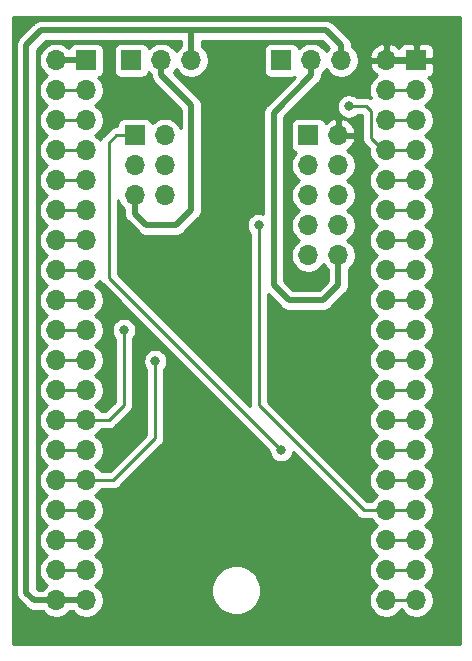
<source format=gbr>
%TF.GenerationSoftware,KiCad,Pcbnew,(5.1.9)-1*%
%TF.CreationDate,2021-09-08T22:52:31+09:00*%
%TF.ProjectId,esp-prog-adator,6573702d-7072-46f6-972d-616461746f72,rev?*%
%TF.SameCoordinates,Original*%
%TF.FileFunction,Copper,L2,Bot*%
%TF.FilePolarity,Positive*%
%FSLAX46Y46*%
G04 Gerber Fmt 4.6, Leading zero omitted, Abs format (unit mm)*
G04 Created by KiCad (PCBNEW (5.1.9)-1) date 2021-09-08 22:52:31*
%MOMM*%
%LPD*%
G01*
G04 APERTURE LIST*
%TA.AperFunction,ComponentPad*%
%ADD10O,1.700000X1.700000*%
%TD*%
%TA.AperFunction,ComponentPad*%
%ADD11R,1.700000X1.700000*%
%TD*%
%TA.AperFunction,ViaPad*%
%ADD12C,0.800000*%
%TD*%
%TA.AperFunction,Conductor*%
%ADD13C,0.500000*%
%TD*%
%TA.AperFunction,Conductor*%
%ADD14C,0.250000*%
%TD*%
%TA.AperFunction,Conductor*%
%ADD15C,0.254000*%
%TD*%
%TA.AperFunction,Conductor*%
%ADD16C,0.100000*%
%TD*%
G04 APERTURE END LIST*
D10*
%TO.P,J1,38*%
%TO.N,+5V*%
X83820000Y-116840000D03*
%TO.P,J1,37*%
X86360000Y-116840000D03*
%TO.P,J1,36*%
%TO.N,Net-(J1-Pad35)*%
X83820000Y-114300000D03*
%TO.P,J1,35*%
X86360000Y-114300000D03*
%TO.P,J1,34*%
%TO.N,Net-(J1-Pad33)*%
X83820000Y-111760000D03*
%TO.P,J1,33*%
X86360000Y-111760000D03*
%TO.P,J1,32*%
%TO.N,Net-(J1-Pad31)*%
X83820000Y-109220000D03*
%TO.P,J1,31*%
X86360000Y-109220000D03*
%TO.P,J1,30*%
%TO.N,/TCK(G13)*%
X83820000Y-106680000D03*
%TO.P,J1,29*%
X86360000Y-106680000D03*
%TO.P,J1,28*%
%TO.N,Net-(J1-Pad27)*%
X83820000Y-104140000D03*
%TO.P,J1,27*%
X86360000Y-104140000D03*
%TO.P,J1,26*%
%TO.N,/TDI(G12)*%
X83820000Y-101600000D03*
%TO.P,J1,25*%
X86360000Y-101600000D03*
%TO.P,J1,24*%
%TO.N,/TMS(G14)*%
X83820000Y-99060000D03*
%TO.P,J1,23*%
X86360000Y-99060000D03*
%TO.P,J1,22*%
%TO.N,Net-(J1-Pad21)*%
X83820000Y-96520000D03*
%TO.P,J1,21*%
X86360000Y-96520000D03*
%TO.P,J1,20*%
%TO.N,Net-(J1-Pad19)*%
X83820000Y-93980000D03*
%TO.P,J1,19*%
X86360000Y-93980000D03*
%TO.P,J1,18*%
%TO.N,Net-(J1-Pad17)*%
X83820000Y-91440000D03*
%TO.P,J1,17*%
X86360000Y-91440000D03*
%TO.P,J1,16*%
%TO.N,Net-(J1-Pad15)*%
X83820000Y-88900000D03*
%TO.P,J1,15*%
X86360000Y-88900000D03*
%TO.P,J1,14*%
%TO.N,Net-(J1-Pad13)*%
X83820000Y-86360000D03*
%TO.P,J1,13*%
X86360000Y-86360000D03*
%TO.P,J1,12*%
%TO.N,Net-(J1-Pad11)*%
X83820000Y-83820000D03*
%TO.P,J1,11*%
X86360000Y-83820000D03*
%TO.P,J1,10*%
%TO.N,Net-(J1-Pad10)*%
X83820000Y-81280000D03*
%TO.P,J1,9*%
X86360000Y-81280000D03*
%TO.P,J1,8*%
%TO.N,Net-(J1-Pad7)*%
X83820000Y-78740000D03*
%TO.P,J1,7*%
X86360000Y-78740000D03*
%TO.P,J1,6*%
%TO.N,Net-(J1-Pad5)*%
X83820000Y-76200000D03*
%TO.P,J1,5*%
X86360000Y-76200000D03*
%TO.P,J1,4*%
%TO.N,/EN*%
X83820000Y-73660000D03*
%TO.P,J1,3*%
X86360000Y-73660000D03*
%TO.P,J1,2*%
%TO.N,+3V3*%
X83820000Y-71120000D03*
D11*
%TO.P,J1,1*%
X86360000Y-71120000D03*
%TD*%
%TO.P,J5,1*%
%TO.N,+3V3*%
X90170000Y-71120000D03*
D10*
%TO.P,J5,2*%
%TO.N,/Vprog*%
X92710000Y-71120000D03*
%TO.P,J5,3*%
%TO.N,+5V*%
X95250000Y-71120000D03*
%TD*%
%TO.P,J6,3*%
%TO.N,+5V*%
X107950000Y-71120000D03*
%TO.P,J6,2*%
%TO.N,/Vjtag*%
X105410000Y-71120000D03*
D11*
%TO.P,J6,1*%
%TO.N,+3V3*%
X102870000Y-71120000D03*
%TD*%
%TO.P,J2,1*%
%TO.N,GND*%
X114300000Y-71120000D03*
D10*
%TO.P,J2,2*%
X111760000Y-71120000D03*
%TO.P,J2,3*%
%TO.N,Net-(J2-Pad3)*%
X114300000Y-73660000D03*
%TO.P,J2,4*%
X111760000Y-73660000D03*
%TO.P,J2,5*%
%TO.N,Net-(J2-Pad5)*%
X114300000Y-76200000D03*
%TO.P,J2,6*%
X111760000Y-76200000D03*
%TO.P,J2,7*%
%TO.N,/TXD*%
X114300000Y-78740000D03*
%TO.P,J2,8*%
X111760000Y-78740000D03*
%TO.P,J2,9*%
%TO.N,/RXD*%
X114300000Y-81280000D03*
%TO.P,J2,10*%
X111760000Y-81280000D03*
%TO.P,J2,11*%
%TO.N,Net-(J2-Pad11)*%
X114300000Y-83820000D03*
%TO.P,J2,12*%
X111760000Y-83820000D03*
%TO.P,J2,13*%
%TO.N,Net-(J2-Pad13)*%
X114300000Y-86360000D03*
%TO.P,J2,14*%
X111760000Y-86360000D03*
%TO.P,J2,15*%
%TO.N,Net-(J2-Pad15)*%
X114300000Y-88900000D03*
%TO.P,J2,16*%
X111760000Y-88900000D03*
%TO.P,J2,17*%
%TO.N,Net-(J2-Pad17)*%
X114300000Y-91440000D03*
%TO.P,J2,18*%
X111760000Y-91440000D03*
%TO.P,J2,19*%
%TO.N,Net-(J2-Pad19)*%
X114300000Y-93980000D03*
%TO.P,J2,20*%
X111760000Y-93980000D03*
%TO.P,J2,21*%
%TO.N,Net-(J2-Pad21)*%
X114300000Y-96520000D03*
%TO.P,J2,22*%
X111760000Y-96520000D03*
%TO.P,J2,23*%
%TO.N,Net-(J2-Pad23)*%
X114300000Y-99060000D03*
%TO.P,J2,24*%
X111760000Y-99060000D03*
%TO.P,J2,25*%
%TO.N,Net-(J2-Pad25)*%
X114300000Y-101600000D03*
%TO.P,J2,26*%
X111760000Y-101600000D03*
%TO.P,J2,27*%
%TO.N,/G00*%
X114300000Y-104140000D03*
%TO.P,J2,28*%
X111760000Y-104140000D03*
%TO.P,J2,29*%
%TO.N,Net-(J2-Pad29)*%
X114300000Y-106680000D03*
%TO.P,J2,30*%
X111760000Y-106680000D03*
%TO.P,J2,31*%
%TO.N,/TDO(G15)*%
X114300000Y-109220000D03*
%TO.P,J2,32*%
X111760000Y-109220000D03*
%TO.P,J2,33*%
%TO.N,Net-(J2-Pad33)*%
X114300000Y-111760000D03*
%TO.P,J2,34*%
X111760000Y-111760000D03*
%TO.P,J2,35*%
%TO.N,Net-(J2-Pad35)*%
X114300000Y-114300000D03*
%TO.P,J2,36*%
X111760000Y-114300000D03*
%TO.P,J2,37*%
%TO.N,Net-(J2-Pad37)*%
X114300000Y-116840000D03*
%TO.P,J2,38*%
X111760000Y-116840000D03*
%TD*%
D11*
%TO.P,JTAG1,1*%
%TO.N,N/C*%
X105156000Y-77470000D03*
D10*
%TO.P,JTAG1,2*%
%TO.N,GND*%
X107696000Y-77470000D03*
%TO.P,JTAG1,3*%
%TO.N,/TDI(G12)*%
X105156000Y-80010000D03*
%TO.P,JTAG1,4*%
%TO.N,N/C*%
X107696000Y-80010000D03*
%TO.P,JTAG1,5*%
%TO.N,/TDO(G15)*%
X105156000Y-82550000D03*
%TO.P,JTAG1,6*%
%TO.N,N/C*%
X107696000Y-82550000D03*
%TO.P,JTAG1,7*%
%TO.N,/TCK(G13)*%
X105156000Y-85090000D03*
%TO.P,JTAG1,8*%
%TO.N,N/C*%
X107696000Y-85090000D03*
%TO.P,JTAG1,9*%
%TO.N,/TMS(G14)*%
X105156000Y-87630000D03*
%TO.P,JTAG1,10*%
%TO.N,/Vjtag*%
X107696000Y-87630000D03*
%TD*%
D11*
%TO.P,PROG1,1*%
%TO.N,/G00*%
X90464000Y-77470000D03*
D10*
%TO.P,PROG1,2*%
%TO.N,/RXD*%
X93004000Y-77470000D03*
%TO.P,PROG1,3*%
%TO.N,GND*%
X90464000Y-80010000D03*
%TO.P,PROG1,4*%
%TO.N,/TXD*%
X93004000Y-80010000D03*
%TO.P,PROG1,5*%
%TO.N,/Vprog*%
X90464000Y-82550000D03*
%TO.P,PROG1,6*%
%TO.N,/EN*%
X93004000Y-82550000D03*
%TD*%
D12*
%TO.N,GND*%
X89535000Y-73660000D03*
X98425000Y-80010000D03*
%TO.N,/TXD*%
X108585000Y-75020000D03*
%TO.N,/TDI(G12)*%
X89535000Y-93980000D03*
%TO.N,/TCK(G13)*%
X92202000Y-96589998D03*
%TO.N,/G00*%
X102870000Y-104140000D03*
%TO.N,/TDO(G15)*%
X100965000Y-85090000D03*
%TD*%
D13*
%TO.N,GND*%
X111760000Y-71120000D02*
X114300000Y-71120000D01*
%TO.N,+3V3*%
X83820000Y-71120000D02*
X86360000Y-71120000D01*
%TO.N,+5V*%
X106680000Y-68580000D02*
X96520000Y-68580000D01*
X107950000Y-71120000D02*
X107950000Y-69850000D01*
X107950000Y-69850000D02*
X106680000Y-68580000D01*
X96520000Y-68580000D02*
X95250000Y-68580000D01*
X81280000Y-116205000D02*
X81280000Y-69850000D01*
X95250000Y-68580000D02*
X82550000Y-68580000D01*
X82550000Y-68580000D02*
X81280000Y-69850000D01*
X81915000Y-116840000D02*
X83820000Y-116840000D01*
X81280000Y-116205000D02*
X81915000Y-116840000D01*
X83820000Y-116840000D02*
X86360000Y-116840000D01*
X95250000Y-71120000D02*
X95250000Y-68580000D01*
D14*
%TO.N,/EN*%
X83820000Y-73660000D02*
X86360000Y-73660000D01*
X86995000Y-73660000D02*
X86360000Y-73660000D01*
%TO.N,Net-(J1-Pad5)*%
X83820000Y-76200000D02*
X86360000Y-76200000D01*
%TO.N,Net-(J1-Pad35)*%
X83820000Y-114300000D02*
X86360000Y-114300000D01*
%TO.N,Net-(J1-Pad33)*%
X83820000Y-111760000D02*
X86360000Y-111760000D01*
%TO.N,Net-(J1-Pad31)*%
X83820000Y-109220000D02*
X86360000Y-109220000D01*
%TO.N,Net-(J1-Pad27)*%
X83820000Y-104140000D02*
X86360000Y-104140000D01*
%TO.N,Net-(J1-Pad21)*%
X83820000Y-96520000D02*
X86360000Y-96520000D01*
%TO.N,Net-(J1-Pad19)*%
X83820000Y-93980000D02*
X86360000Y-93980000D01*
%TO.N,Net-(J1-Pad17)*%
X83820000Y-91440000D02*
X86360000Y-91440000D01*
%TO.N,Net-(J1-Pad15)*%
X83820000Y-88900000D02*
X86360000Y-88900000D01*
%TO.N,Net-(J1-Pad13)*%
X83820000Y-86360000D02*
X86360000Y-86360000D01*
%TO.N,Net-(J1-Pad11)*%
X83820000Y-83820000D02*
X86360000Y-83820000D01*
%TO.N,Net-(J1-Pad10)*%
X83820000Y-81280000D02*
X86360000Y-81280000D01*
%TO.N,Net-(J1-Pad7)*%
X83820000Y-78740000D02*
X86360000Y-78740000D01*
%TO.N,/RXD*%
X111760000Y-81280000D02*
X114300000Y-81280000D01*
%TO.N,/TXD*%
X111760000Y-78740000D02*
X114300000Y-78740000D01*
X108585000Y-75020000D02*
X110072000Y-75020000D01*
X111760000Y-78740000D02*
X111760000Y-78994000D01*
X111760000Y-78994000D02*
X110490000Y-77724000D01*
X110490000Y-77724000D02*
X110490000Y-75438000D01*
X110490000Y-75438000D02*
X110072000Y-75020000D01*
%TO.N,Net-(J2-Pad3)*%
X111760000Y-73660000D02*
X114300000Y-73660000D01*
%TO.N,Net-(J2-Pad11)*%
X111760000Y-83820000D02*
X114300000Y-83820000D01*
%TO.N,Net-(J2-Pad13)*%
X111760000Y-86360000D02*
X114300000Y-86360000D01*
%TO.N,Net-(J2-Pad15)*%
X111760000Y-88900000D02*
X114300000Y-88900000D01*
%TO.N,Net-(J2-Pad17)*%
X111760000Y-91440000D02*
X114300000Y-91440000D01*
%TO.N,Net-(J2-Pad19)*%
X111760000Y-93980000D02*
X114300000Y-93980000D01*
%TO.N,Net-(J2-Pad21)*%
X111760000Y-96520000D02*
X114300000Y-96520000D01*
%TO.N,Net-(J2-Pad23)*%
X111760000Y-99060000D02*
X114300000Y-99060000D01*
%TO.N,Net-(J2-Pad29)*%
X111760000Y-106680000D02*
X114300000Y-106680000D01*
%TO.N,Net-(J2-Pad33)*%
X111760000Y-111760000D02*
X114300000Y-111760000D01*
%TO.N,Net-(J2-Pad35)*%
X111760000Y-114300000D02*
X114300000Y-114300000D01*
%TO.N,Net-(J2-Pad37)*%
X111760000Y-116840000D02*
X114300000Y-116840000D01*
%TO.N,Net-(J2-Pad25)*%
X111760000Y-101600000D02*
X114300000Y-101600000D01*
%TO.N,/TMS(G14)*%
X83820000Y-99060000D02*
X86360000Y-99060000D01*
%TO.N,/TDI(G12)*%
X83820000Y-101600000D02*
X86360000Y-101600000D01*
X89535000Y-93980000D02*
X89535000Y-100330000D01*
X89535000Y-100330000D02*
X88265000Y-101600000D01*
X88265000Y-101600000D02*
X86360000Y-101600000D01*
%TO.N,/TCK(G13)*%
X83820000Y-106680000D02*
X86360000Y-106680000D01*
X92202000Y-103124000D02*
X88646000Y-106680000D01*
X88646000Y-106680000D02*
X86360000Y-106680000D01*
X92202000Y-96589998D02*
X92202000Y-103124000D01*
%TO.N,/G00*%
X111760000Y-104140000D02*
X114300000Y-104140000D01*
X88265000Y-78105000D02*
X88265000Y-89535000D01*
X88265000Y-89535000D02*
X102870000Y-104140000D01*
X88900000Y-77470000D02*
X88265000Y-78105000D01*
X90464000Y-77470000D02*
X88900000Y-77470000D01*
X100330000Y-101600000D02*
X99695000Y-100965000D01*
X100330000Y-101600000D02*
X102870000Y-104140000D01*
%TO.N,/TDO(G15)*%
X111760000Y-109220000D02*
X114300000Y-109220000D01*
X100965000Y-85090000D02*
X100965000Y-100330000D01*
X100965000Y-100330000D02*
X102235000Y-101600000D01*
X110490000Y-109220000D02*
X111760000Y-109220000D01*
X109855000Y-109220000D02*
X110490000Y-109220000D01*
X102235000Y-101600000D02*
X109855000Y-109220000D01*
D13*
%TO.N,/Vprog*%
X92710000Y-71120000D02*
X92710000Y-72390000D01*
X93980000Y-85090000D02*
X91440000Y-85090000D01*
X95250000Y-83820000D02*
X93980000Y-85090000D01*
X95250000Y-74930000D02*
X95250000Y-83820000D01*
X92710000Y-72390000D02*
X95250000Y-74930000D01*
X90464000Y-84114000D02*
X91440000Y-85090000D01*
X90464000Y-82550000D02*
X90464000Y-84114000D01*
%TO.N,/Vjtag*%
X105410000Y-71120000D02*
X105410000Y-72390000D01*
X105410000Y-72390000D02*
X102235000Y-75565000D01*
X102235000Y-75565000D02*
X102235000Y-90170000D01*
X102235000Y-90170000D02*
X103505000Y-91440000D01*
X107696000Y-90170000D02*
X106426000Y-91440000D01*
X107696000Y-87630000D02*
X107696000Y-90170000D01*
X103505000Y-91440000D02*
X106426000Y-91440000D01*
D14*
%TO.N,Net-(J2-Pad5)*%
X111760000Y-76200000D02*
X114300000Y-76200000D01*
%TD*%
D15*
%TO.N,GND*%
X117983000Y-120523000D02*
X80137000Y-120523000D01*
X80137000Y-69850000D01*
X80390719Y-69850000D01*
X80395001Y-69893479D01*
X80395000Y-116161531D01*
X80390719Y-116205000D01*
X80395000Y-116248469D01*
X80395000Y-116248476D01*
X80407805Y-116378489D01*
X80458411Y-116545312D01*
X80540589Y-116699058D01*
X80651183Y-116833817D01*
X80684956Y-116861534D01*
X81258470Y-117435049D01*
X81286183Y-117468817D01*
X81319951Y-117496530D01*
X81319953Y-117496532D01*
X81420941Y-117579411D01*
X81574686Y-117661589D01*
X81741510Y-117712195D01*
X81871523Y-117725000D01*
X81871531Y-117725000D01*
X81915000Y-117729281D01*
X81958469Y-117725000D01*
X82625344Y-117725000D01*
X82666525Y-117786632D01*
X82873368Y-117993475D01*
X83116589Y-118155990D01*
X83386842Y-118267932D01*
X83673740Y-118325000D01*
X83966260Y-118325000D01*
X84253158Y-118267932D01*
X84523411Y-118155990D01*
X84766632Y-117993475D01*
X84973475Y-117786632D01*
X85014656Y-117725000D01*
X85165344Y-117725000D01*
X85206525Y-117786632D01*
X85413368Y-117993475D01*
X85656589Y-118155990D01*
X85926842Y-118267932D01*
X86213740Y-118325000D01*
X86506260Y-118325000D01*
X86793158Y-118267932D01*
X87063411Y-118155990D01*
X87306632Y-117993475D01*
X87513475Y-117786632D01*
X87675990Y-117543411D01*
X87787932Y-117273158D01*
X87845000Y-116986260D01*
X87845000Y-116693740D01*
X87787932Y-116406842D01*
X87675990Y-116136589D01*
X87513475Y-115893368D01*
X87412311Y-115792204D01*
X96950208Y-115792204D01*
X96950208Y-116207796D01*
X97031286Y-116615404D01*
X97190327Y-116999361D01*
X97421218Y-117344914D01*
X97715086Y-117638782D01*
X98060639Y-117869673D01*
X98444596Y-118028714D01*
X98852204Y-118109792D01*
X99267796Y-118109792D01*
X99675404Y-118028714D01*
X100059361Y-117869673D01*
X100404914Y-117638782D01*
X100698782Y-117344914D01*
X100929673Y-116999361D01*
X101088714Y-116615404D01*
X101169792Y-116207796D01*
X101169792Y-115792204D01*
X101088714Y-115384596D01*
X100929673Y-115000639D01*
X100698782Y-114655086D01*
X100404914Y-114361218D01*
X100059361Y-114130327D01*
X99675404Y-113971286D01*
X99267796Y-113890208D01*
X98852204Y-113890208D01*
X98444596Y-113971286D01*
X98060639Y-114130327D01*
X97715086Y-114361218D01*
X97421218Y-114655086D01*
X97190327Y-115000639D01*
X97031286Y-115384596D01*
X96950208Y-115792204D01*
X87412311Y-115792204D01*
X87306632Y-115686525D01*
X87132240Y-115570000D01*
X87306632Y-115453475D01*
X87513475Y-115246632D01*
X87675990Y-115003411D01*
X87787932Y-114733158D01*
X87845000Y-114446260D01*
X87845000Y-114153740D01*
X87787932Y-113866842D01*
X87675990Y-113596589D01*
X87513475Y-113353368D01*
X87306632Y-113146525D01*
X87132240Y-113030000D01*
X87306632Y-112913475D01*
X87513475Y-112706632D01*
X87675990Y-112463411D01*
X87787932Y-112193158D01*
X87845000Y-111906260D01*
X87845000Y-111613740D01*
X87787932Y-111326842D01*
X87675990Y-111056589D01*
X87513475Y-110813368D01*
X87306632Y-110606525D01*
X87132240Y-110490000D01*
X87306632Y-110373475D01*
X87513475Y-110166632D01*
X87675990Y-109923411D01*
X87787932Y-109653158D01*
X87845000Y-109366260D01*
X87845000Y-109073740D01*
X87787932Y-108786842D01*
X87675990Y-108516589D01*
X87513475Y-108273368D01*
X87306632Y-108066525D01*
X87132240Y-107950000D01*
X87306632Y-107833475D01*
X87513475Y-107626632D01*
X87638178Y-107440000D01*
X88608678Y-107440000D01*
X88646000Y-107443676D01*
X88683322Y-107440000D01*
X88683333Y-107440000D01*
X88794986Y-107429003D01*
X88938247Y-107385546D01*
X89070276Y-107314974D01*
X89186001Y-107220001D01*
X89209804Y-107190997D01*
X92713008Y-103687795D01*
X92742001Y-103664001D01*
X92765795Y-103635008D01*
X92765799Y-103635004D01*
X92836973Y-103548277D01*
X92836974Y-103548276D01*
X92907546Y-103416247D01*
X92951003Y-103272986D01*
X92962000Y-103161333D01*
X92962000Y-103161324D01*
X92965676Y-103124001D01*
X92962000Y-103086678D01*
X92962000Y-97293709D01*
X93005937Y-97249772D01*
X93119205Y-97080254D01*
X93197226Y-96891896D01*
X93237000Y-96691937D01*
X93237000Y-96488059D01*
X93197226Y-96288100D01*
X93119205Y-96099742D01*
X93005937Y-95930224D01*
X92861774Y-95786061D01*
X92692256Y-95672793D01*
X92503898Y-95594772D01*
X92303939Y-95554998D01*
X92100061Y-95554998D01*
X91900102Y-95594772D01*
X91711744Y-95672793D01*
X91542226Y-95786061D01*
X91398063Y-95930224D01*
X91284795Y-96099742D01*
X91206774Y-96288100D01*
X91167000Y-96488059D01*
X91167000Y-96691937D01*
X91206774Y-96891896D01*
X91284795Y-97080254D01*
X91398063Y-97249772D01*
X91442000Y-97293709D01*
X91442001Y-102809196D01*
X88331199Y-105920000D01*
X87638178Y-105920000D01*
X87513475Y-105733368D01*
X87306632Y-105526525D01*
X87132240Y-105410000D01*
X87306632Y-105293475D01*
X87513475Y-105086632D01*
X87675990Y-104843411D01*
X87787932Y-104573158D01*
X87845000Y-104286260D01*
X87845000Y-103993740D01*
X87787932Y-103706842D01*
X87675990Y-103436589D01*
X87513475Y-103193368D01*
X87306632Y-102986525D01*
X87132240Y-102870000D01*
X87306632Y-102753475D01*
X87513475Y-102546632D01*
X87638178Y-102360000D01*
X88227678Y-102360000D01*
X88265000Y-102363676D01*
X88302322Y-102360000D01*
X88302333Y-102360000D01*
X88413986Y-102349003D01*
X88557247Y-102305546D01*
X88689276Y-102234974D01*
X88805001Y-102140001D01*
X88828804Y-102110997D01*
X90046003Y-100893799D01*
X90075001Y-100870001D01*
X90169974Y-100754276D01*
X90240546Y-100622247D01*
X90284003Y-100478986D01*
X90295000Y-100367333D01*
X90295000Y-100367324D01*
X90298676Y-100330001D01*
X90295000Y-100292678D01*
X90295000Y-94683711D01*
X90338937Y-94639774D01*
X90452205Y-94470256D01*
X90530226Y-94281898D01*
X90570000Y-94081939D01*
X90570000Y-93878061D01*
X90530226Y-93678102D01*
X90452205Y-93489744D01*
X90338937Y-93320226D01*
X90194774Y-93176063D01*
X90025256Y-93062795D01*
X89836898Y-92984774D01*
X89636939Y-92945000D01*
X89433061Y-92945000D01*
X89233102Y-92984774D01*
X89044744Y-93062795D01*
X88875226Y-93176063D01*
X88731063Y-93320226D01*
X88617795Y-93489744D01*
X88539774Y-93678102D01*
X88500000Y-93878061D01*
X88500000Y-94081939D01*
X88539774Y-94281898D01*
X88617795Y-94470256D01*
X88731063Y-94639774D01*
X88775000Y-94683711D01*
X88775001Y-100015197D01*
X87950199Y-100840000D01*
X87638178Y-100840000D01*
X87513475Y-100653368D01*
X87306632Y-100446525D01*
X87132240Y-100330000D01*
X87306632Y-100213475D01*
X87513475Y-100006632D01*
X87675990Y-99763411D01*
X87787932Y-99493158D01*
X87845000Y-99206260D01*
X87845000Y-98913740D01*
X87787932Y-98626842D01*
X87675990Y-98356589D01*
X87513475Y-98113368D01*
X87306632Y-97906525D01*
X87132240Y-97790000D01*
X87306632Y-97673475D01*
X87513475Y-97466632D01*
X87675990Y-97223411D01*
X87787932Y-96953158D01*
X87845000Y-96666260D01*
X87845000Y-96373740D01*
X87787932Y-96086842D01*
X87675990Y-95816589D01*
X87513475Y-95573368D01*
X87306632Y-95366525D01*
X87132240Y-95250000D01*
X87306632Y-95133475D01*
X87513475Y-94926632D01*
X87675990Y-94683411D01*
X87787932Y-94413158D01*
X87845000Y-94126260D01*
X87845000Y-93833740D01*
X87787932Y-93546842D01*
X87675990Y-93276589D01*
X87513475Y-93033368D01*
X87306632Y-92826525D01*
X87132240Y-92710000D01*
X87306632Y-92593475D01*
X87513475Y-92386632D01*
X87675990Y-92143411D01*
X87787932Y-91873158D01*
X87845000Y-91586260D01*
X87845000Y-91293740D01*
X87787932Y-91006842D01*
X87675990Y-90736589D01*
X87513475Y-90493368D01*
X87306632Y-90286525D01*
X87132240Y-90170000D01*
X87306632Y-90053475D01*
X87513475Y-89846632D01*
X87549142Y-89793252D01*
X87559454Y-89827246D01*
X87630026Y-89959276D01*
X87673352Y-90012068D01*
X87725000Y-90075001D01*
X87753998Y-90098799D01*
X100479208Y-102824010D01*
X101835000Y-104179803D01*
X101835000Y-104241939D01*
X101874774Y-104441898D01*
X101952795Y-104630256D01*
X102066063Y-104799774D01*
X102210226Y-104943937D01*
X102379744Y-105057205D01*
X102568102Y-105135226D01*
X102768061Y-105175000D01*
X102971939Y-105175000D01*
X103171898Y-105135226D01*
X103360256Y-105057205D01*
X103529774Y-104943937D01*
X103673937Y-104799774D01*
X103787205Y-104630256D01*
X103865226Y-104441898D01*
X103887934Y-104327735D01*
X109291201Y-109731003D01*
X109314999Y-109760001D01*
X109430724Y-109854974D01*
X109562753Y-109925546D01*
X109706014Y-109969003D01*
X109817667Y-109980000D01*
X109817676Y-109980000D01*
X109854999Y-109983676D01*
X109892322Y-109980000D01*
X110481822Y-109980000D01*
X110606525Y-110166632D01*
X110813368Y-110373475D01*
X110987760Y-110490000D01*
X110813368Y-110606525D01*
X110606525Y-110813368D01*
X110444010Y-111056589D01*
X110332068Y-111326842D01*
X110275000Y-111613740D01*
X110275000Y-111906260D01*
X110332068Y-112193158D01*
X110444010Y-112463411D01*
X110606525Y-112706632D01*
X110813368Y-112913475D01*
X110987760Y-113030000D01*
X110813368Y-113146525D01*
X110606525Y-113353368D01*
X110444010Y-113596589D01*
X110332068Y-113866842D01*
X110275000Y-114153740D01*
X110275000Y-114446260D01*
X110332068Y-114733158D01*
X110444010Y-115003411D01*
X110606525Y-115246632D01*
X110813368Y-115453475D01*
X110987760Y-115570000D01*
X110813368Y-115686525D01*
X110606525Y-115893368D01*
X110444010Y-116136589D01*
X110332068Y-116406842D01*
X110275000Y-116693740D01*
X110275000Y-116986260D01*
X110332068Y-117273158D01*
X110444010Y-117543411D01*
X110606525Y-117786632D01*
X110813368Y-117993475D01*
X111056589Y-118155990D01*
X111326842Y-118267932D01*
X111613740Y-118325000D01*
X111906260Y-118325000D01*
X112193158Y-118267932D01*
X112463411Y-118155990D01*
X112706632Y-117993475D01*
X112913475Y-117786632D01*
X113030000Y-117612240D01*
X113146525Y-117786632D01*
X113353368Y-117993475D01*
X113596589Y-118155990D01*
X113866842Y-118267932D01*
X114153740Y-118325000D01*
X114446260Y-118325000D01*
X114733158Y-118267932D01*
X115003411Y-118155990D01*
X115246632Y-117993475D01*
X115453475Y-117786632D01*
X115615990Y-117543411D01*
X115727932Y-117273158D01*
X115785000Y-116986260D01*
X115785000Y-116693740D01*
X115727932Y-116406842D01*
X115615990Y-116136589D01*
X115453475Y-115893368D01*
X115246632Y-115686525D01*
X115072240Y-115570000D01*
X115246632Y-115453475D01*
X115453475Y-115246632D01*
X115615990Y-115003411D01*
X115727932Y-114733158D01*
X115785000Y-114446260D01*
X115785000Y-114153740D01*
X115727932Y-113866842D01*
X115615990Y-113596589D01*
X115453475Y-113353368D01*
X115246632Y-113146525D01*
X115072240Y-113030000D01*
X115246632Y-112913475D01*
X115453475Y-112706632D01*
X115615990Y-112463411D01*
X115727932Y-112193158D01*
X115785000Y-111906260D01*
X115785000Y-111613740D01*
X115727932Y-111326842D01*
X115615990Y-111056589D01*
X115453475Y-110813368D01*
X115246632Y-110606525D01*
X115072240Y-110490000D01*
X115246632Y-110373475D01*
X115453475Y-110166632D01*
X115615990Y-109923411D01*
X115727932Y-109653158D01*
X115785000Y-109366260D01*
X115785000Y-109073740D01*
X115727932Y-108786842D01*
X115615990Y-108516589D01*
X115453475Y-108273368D01*
X115246632Y-108066525D01*
X115072240Y-107950000D01*
X115246632Y-107833475D01*
X115453475Y-107626632D01*
X115615990Y-107383411D01*
X115727932Y-107113158D01*
X115785000Y-106826260D01*
X115785000Y-106533740D01*
X115727932Y-106246842D01*
X115615990Y-105976589D01*
X115453475Y-105733368D01*
X115246632Y-105526525D01*
X115072240Y-105410000D01*
X115246632Y-105293475D01*
X115453475Y-105086632D01*
X115615990Y-104843411D01*
X115727932Y-104573158D01*
X115785000Y-104286260D01*
X115785000Y-103993740D01*
X115727932Y-103706842D01*
X115615990Y-103436589D01*
X115453475Y-103193368D01*
X115246632Y-102986525D01*
X115072240Y-102870000D01*
X115246632Y-102753475D01*
X115453475Y-102546632D01*
X115615990Y-102303411D01*
X115727932Y-102033158D01*
X115785000Y-101746260D01*
X115785000Y-101453740D01*
X115727932Y-101166842D01*
X115615990Y-100896589D01*
X115453475Y-100653368D01*
X115246632Y-100446525D01*
X115072240Y-100330000D01*
X115246632Y-100213475D01*
X115453475Y-100006632D01*
X115615990Y-99763411D01*
X115727932Y-99493158D01*
X115785000Y-99206260D01*
X115785000Y-98913740D01*
X115727932Y-98626842D01*
X115615990Y-98356589D01*
X115453475Y-98113368D01*
X115246632Y-97906525D01*
X115072240Y-97790000D01*
X115246632Y-97673475D01*
X115453475Y-97466632D01*
X115615990Y-97223411D01*
X115727932Y-96953158D01*
X115785000Y-96666260D01*
X115785000Y-96373740D01*
X115727932Y-96086842D01*
X115615990Y-95816589D01*
X115453475Y-95573368D01*
X115246632Y-95366525D01*
X115072240Y-95250000D01*
X115246632Y-95133475D01*
X115453475Y-94926632D01*
X115615990Y-94683411D01*
X115727932Y-94413158D01*
X115785000Y-94126260D01*
X115785000Y-93833740D01*
X115727932Y-93546842D01*
X115615990Y-93276589D01*
X115453475Y-93033368D01*
X115246632Y-92826525D01*
X115072240Y-92710000D01*
X115246632Y-92593475D01*
X115453475Y-92386632D01*
X115615990Y-92143411D01*
X115727932Y-91873158D01*
X115785000Y-91586260D01*
X115785000Y-91293740D01*
X115727932Y-91006842D01*
X115615990Y-90736589D01*
X115453475Y-90493368D01*
X115246632Y-90286525D01*
X115072240Y-90170000D01*
X115246632Y-90053475D01*
X115453475Y-89846632D01*
X115615990Y-89603411D01*
X115727932Y-89333158D01*
X115785000Y-89046260D01*
X115785000Y-88753740D01*
X115727932Y-88466842D01*
X115615990Y-88196589D01*
X115453475Y-87953368D01*
X115246632Y-87746525D01*
X115072240Y-87630000D01*
X115246632Y-87513475D01*
X115453475Y-87306632D01*
X115615990Y-87063411D01*
X115727932Y-86793158D01*
X115785000Y-86506260D01*
X115785000Y-86213740D01*
X115727932Y-85926842D01*
X115615990Y-85656589D01*
X115453475Y-85413368D01*
X115246632Y-85206525D01*
X115072240Y-85090000D01*
X115246632Y-84973475D01*
X115453475Y-84766632D01*
X115615990Y-84523411D01*
X115727932Y-84253158D01*
X115785000Y-83966260D01*
X115785000Y-83673740D01*
X115727932Y-83386842D01*
X115615990Y-83116589D01*
X115453475Y-82873368D01*
X115246632Y-82666525D01*
X115072240Y-82550000D01*
X115246632Y-82433475D01*
X115453475Y-82226632D01*
X115615990Y-81983411D01*
X115727932Y-81713158D01*
X115785000Y-81426260D01*
X115785000Y-81133740D01*
X115727932Y-80846842D01*
X115615990Y-80576589D01*
X115453475Y-80333368D01*
X115246632Y-80126525D01*
X115072240Y-80010000D01*
X115246632Y-79893475D01*
X115453475Y-79686632D01*
X115615990Y-79443411D01*
X115727932Y-79173158D01*
X115785000Y-78886260D01*
X115785000Y-78593740D01*
X115727932Y-78306842D01*
X115615990Y-78036589D01*
X115453475Y-77793368D01*
X115246632Y-77586525D01*
X115072240Y-77470000D01*
X115246632Y-77353475D01*
X115453475Y-77146632D01*
X115615990Y-76903411D01*
X115727932Y-76633158D01*
X115785000Y-76346260D01*
X115785000Y-76053740D01*
X115727932Y-75766842D01*
X115615990Y-75496589D01*
X115453475Y-75253368D01*
X115246632Y-75046525D01*
X115072240Y-74930000D01*
X115246632Y-74813475D01*
X115453475Y-74606632D01*
X115615990Y-74363411D01*
X115727932Y-74093158D01*
X115785000Y-73806260D01*
X115785000Y-73513740D01*
X115727932Y-73226842D01*
X115615990Y-72956589D01*
X115453475Y-72713368D01*
X115321620Y-72581513D01*
X115394180Y-72559502D01*
X115504494Y-72500537D01*
X115601185Y-72421185D01*
X115680537Y-72324494D01*
X115739502Y-72214180D01*
X115775812Y-72094482D01*
X115788072Y-71970000D01*
X115785000Y-71405750D01*
X115626250Y-71247000D01*
X114427000Y-71247000D01*
X114427000Y-71267000D01*
X114173000Y-71267000D01*
X114173000Y-71247000D01*
X111887000Y-71247000D01*
X111887000Y-71267000D01*
X111633000Y-71267000D01*
X111633000Y-71247000D01*
X110439845Y-71247000D01*
X110318524Y-71476890D01*
X110363175Y-71624099D01*
X110488359Y-71886920D01*
X110662412Y-72120269D01*
X110878645Y-72315178D01*
X110995534Y-72384805D01*
X110813368Y-72506525D01*
X110606525Y-72713368D01*
X110444010Y-72956589D01*
X110332068Y-73226842D01*
X110275000Y-73513740D01*
X110275000Y-73806260D01*
X110332068Y-74093158D01*
X110440647Y-74355291D01*
X110364247Y-74314454D01*
X110220986Y-74270997D01*
X110109333Y-74260000D01*
X110109322Y-74260000D01*
X110072000Y-74256324D01*
X110034678Y-74260000D01*
X109288711Y-74260000D01*
X109244774Y-74216063D01*
X109075256Y-74102795D01*
X108886898Y-74024774D01*
X108686939Y-73985000D01*
X108483061Y-73985000D01*
X108283102Y-74024774D01*
X108094744Y-74102795D01*
X107925226Y-74216063D01*
X107781063Y-74360226D01*
X107667795Y-74529744D01*
X107589774Y-74718102D01*
X107550000Y-74918061D01*
X107550000Y-75121939D01*
X107589774Y-75321898D01*
X107667795Y-75510256D01*
X107781063Y-75679774D01*
X107925226Y-75823937D01*
X108094744Y-75937205D01*
X108283102Y-76015226D01*
X108483061Y-76055000D01*
X108686939Y-76055000D01*
X108886898Y-76015226D01*
X109075256Y-75937205D01*
X109244774Y-75823937D01*
X109288711Y-75780000D01*
X109730001Y-75780000D01*
X109730000Y-77686677D01*
X109726324Y-77724000D01*
X109730000Y-77761322D01*
X109730000Y-77761332D01*
X109740997Y-77872985D01*
X109776795Y-77990997D01*
X109784454Y-78016246D01*
X109855026Y-78148276D01*
X109894871Y-78196826D01*
X109949999Y-78264001D01*
X109979003Y-78287804D01*
X110276649Y-78585450D01*
X110275000Y-78593740D01*
X110275000Y-78886260D01*
X110332068Y-79173158D01*
X110444010Y-79443411D01*
X110606525Y-79686632D01*
X110813368Y-79893475D01*
X110987760Y-80010000D01*
X110813368Y-80126525D01*
X110606525Y-80333368D01*
X110444010Y-80576589D01*
X110332068Y-80846842D01*
X110275000Y-81133740D01*
X110275000Y-81426260D01*
X110332068Y-81713158D01*
X110444010Y-81983411D01*
X110606525Y-82226632D01*
X110813368Y-82433475D01*
X110987760Y-82550000D01*
X110813368Y-82666525D01*
X110606525Y-82873368D01*
X110444010Y-83116589D01*
X110332068Y-83386842D01*
X110275000Y-83673740D01*
X110275000Y-83966260D01*
X110332068Y-84253158D01*
X110444010Y-84523411D01*
X110606525Y-84766632D01*
X110813368Y-84973475D01*
X110987760Y-85090000D01*
X110813368Y-85206525D01*
X110606525Y-85413368D01*
X110444010Y-85656589D01*
X110332068Y-85926842D01*
X110275000Y-86213740D01*
X110275000Y-86506260D01*
X110332068Y-86793158D01*
X110444010Y-87063411D01*
X110606525Y-87306632D01*
X110813368Y-87513475D01*
X110987760Y-87630000D01*
X110813368Y-87746525D01*
X110606525Y-87953368D01*
X110444010Y-88196589D01*
X110332068Y-88466842D01*
X110275000Y-88753740D01*
X110275000Y-89046260D01*
X110332068Y-89333158D01*
X110444010Y-89603411D01*
X110606525Y-89846632D01*
X110813368Y-90053475D01*
X110987760Y-90170000D01*
X110813368Y-90286525D01*
X110606525Y-90493368D01*
X110444010Y-90736589D01*
X110332068Y-91006842D01*
X110275000Y-91293740D01*
X110275000Y-91586260D01*
X110332068Y-91873158D01*
X110444010Y-92143411D01*
X110606525Y-92386632D01*
X110813368Y-92593475D01*
X110987760Y-92710000D01*
X110813368Y-92826525D01*
X110606525Y-93033368D01*
X110444010Y-93276589D01*
X110332068Y-93546842D01*
X110275000Y-93833740D01*
X110275000Y-94126260D01*
X110332068Y-94413158D01*
X110444010Y-94683411D01*
X110606525Y-94926632D01*
X110813368Y-95133475D01*
X110987760Y-95250000D01*
X110813368Y-95366525D01*
X110606525Y-95573368D01*
X110444010Y-95816589D01*
X110332068Y-96086842D01*
X110275000Y-96373740D01*
X110275000Y-96666260D01*
X110332068Y-96953158D01*
X110444010Y-97223411D01*
X110606525Y-97466632D01*
X110813368Y-97673475D01*
X110987760Y-97790000D01*
X110813368Y-97906525D01*
X110606525Y-98113368D01*
X110444010Y-98356589D01*
X110332068Y-98626842D01*
X110275000Y-98913740D01*
X110275000Y-99206260D01*
X110332068Y-99493158D01*
X110444010Y-99763411D01*
X110606525Y-100006632D01*
X110813368Y-100213475D01*
X110987760Y-100330000D01*
X110813368Y-100446525D01*
X110606525Y-100653368D01*
X110444010Y-100896589D01*
X110332068Y-101166842D01*
X110275000Y-101453740D01*
X110275000Y-101746260D01*
X110332068Y-102033158D01*
X110444010Y-102303411D01*
X110606525Y-102546632D01*
X110813368Y-102753475D01*
X110987760Y-102870000D01*
X110813368Y-102986525D01*
X110606525Y-103193368D01*
X110444010Y-103436589D01*
X110332068Y-103706842D01*
X110275000Y-103993740D01*
X110275000Y-104286260D01*
X110332068Y-104573158D01*
X110444010Y-104843411D01*
X110606525Y-105086632D01*
X110813368Y-105293475D01*
X110987760Y-105410000D01*
X110813368Y-105526525D01*
X110606525Y-105733368D01*
X110444010Y-105976589D01*
X110332068Y-106246842D01*
X110275000Y-106533740D01*
X110275000Y-106826260D01*
X110332068Y-107113158D01*
X110444010Y-107383411D01*
X110606525Y-107626632D01*
X110813368Y-107833475D01*
X110987760Y-107950000D01*
X110813368Y-108066525D01*
X110606525Y-108273368D01*
X110481822Y-108460000D01*
X110169802Y-108460000D01*
X102798804Y-101089003D01*
X102798799Y-101088997D01*
X101725000Y-100015199D01*
X101725000Y-90911578D01*
X102848470Y-92035049D01*
X102876183Y-92068817D01*
X102909951Y-92096530D01*
X102909953Y-92096532D01*
X102967075Y-92143411D01*
X103010941Y-92179411D01*
X103164687Y-92261589D01*
X103331510Y-92312195D01*
X103461523Y-92325000D01*
X103461533Y-92325000D01*
X103504999Y-92329281D01*
X103548465Y-92325000D01*
X106382531Y-92325000D01*
X106426000Y-92329281D01*
X106469469Y-92325000D01*
X106469477Y-92325000D01*
X106599490Y-92312195D01*
X106766313Y-92261589D01*
X106920059Y-92179411D01*
X107054817Y-92068817D01*
X107082534Y-92035044D01*
X108291049Y-90826530D01*
X108324817Y-90798817D01*
X108352533Y-90765046D01*
X108435410Y-90664060D01*
X108486859Y-90567805D01*
X108517589Y-90510313D01*
X108568195Y-90343490D01*
X108581000Y-90213477D01*
X108581000Y-90213467D01*
X108585281Y-90170001D01*
X108581000Y-90126535D01*
X108581000Y-88824656D01*
X108642632Y-88783475D01*
X108849475Y-88576632D01*
X109011990Y-88333411D01*
X109123932Y-88063158D01*
X109181000Y-87776260D01*
X109181000Y-87483740D01*
X109123932Y-87196842D01*
X109011990Y-86926589D01*
X108849475Y-86683368D01*
X108642632Y-86476525D01*
X108468240Y-86360000D01*
X108642632Y-86243475D01*
X108849475Y-86036632D01*
X109011990Y-85793411D01*
X109123932Y-85523158D01*
X109181000Y-85236260D01*
X109181000Y-84943740D01*
X109123932Y-84656842D01*
X109011990Y-84386589D01*
X108849475Y-84143368D01*
X108642632Y-83936525D01*
X108468240Y-83820000D01*
X108642632Y-83703475D01*
X108849475Y-83496632D01*
X109011990Y-83253411D01*
X109123932Y-82983158D01*
X109181000Y-82696260D01*
X109181000Y-82403740D01*
X109123932Y-82116842D01*
X109011990Y-81846589D01*
X108849475Y-81603368D01*
X108642632Y-81396525D01*
X108468240Y-81280000D01*
X108642632Y-81163475D01*
X108849475Y-80956632D01*
X109011990Y-80713411D01*
X109123932Y-80443158D01*
X109181000Y-80156260D01*
X109181000Y-79863740D01*
X109123932Y-79576842D01*
X109011990Y-79306589D01*
X108849475Y-79063368D01*
X108642632Y-78856525D01*
X108460466Y-78734805D01*
X108577355Y-78665178D01*
X108793588Y-78470269D01*
X108967641Y-78236920D01*
X109092825Y-77974099D01*
X109137476Y-77826890D01*
X109016155Y-77597000D01*
X107823000Y-77597000D01*
X107823000Y-77617000D01*
X107569000Y-77617000D01*
X107569000Y-77597000D01*
X107549000Y-77597000D01*
X107549000Y-77343000D01*
X107569000Y-77343000D01*
X107569000Y-76149186D01*
X107823000Y-76149186D01*
X107823000Y-77343000D01*
X109016155Y-77343000D01*
X109137476Y-77113110D01*
X109092825Y-76965901D01*
X108967641Y-76703080D01*
X108793588Y-76469731D01*
X108577355Y-76274822D01*
X108327252Y-76125843D01*
X108052891Y-76028519D01*
X107823000Y-76149186D01*
X107569000Y-76149186D01*
X107339109Y-76028519D01*
X107064748Y-76125843D01*
X106814645Y-76274822D01*
X106618498Y-76451626D01*
X106595502Y-76375820D01*
X106536537Y-76265506D01*
X106457185Y-76168815D01*
X106360494Y-76089463D01*
X106250180Y-76030498D01*
X106130482Y-75994188D01*
X106006000Y-75981928D01*
X104306000Y-75981928D01*
X104181518Y-75994188D01*
X104061820Y-76030498D01*
X103951506Y-76089463D01*
X103854815Y-76168815D01*
X103775463Y-76265506D01*
X103716498Y-76375820D01*
X103680188Y-76495518D01*
X103667928Y-76620000D01*
X103667928Y-78320000D01*
X103680188Y-78444482D01*
X103716498Y-78564180D01*
X103775463Y-78674494D01*
X103854815Y-78771185D01*
X103951506Y-78850537D01*
X104061820Y-78909502D01*
X104134380Y-78931513D01*
X104002525Y-79063368D01*
X103840010Y-79306589D01*
X103728068Y-79576842D01*
X103671000Y-79863740D01*
X103671000Y-80156260D01*
X103728068Y-80443158D01*
X103840010Y-80713411D01*
X104002525Y-80956632D01*
X104209368Y-81163475D01*
X104383760Y-81280000D01*
X104209368Y-81396525D01*
X104002525Y-81603368D01*
X103840010Y-81846589D01*
X103728068Y-82116842D01*
X103671000Y-82403740D01*
X103671000Y-82696260D01*
X103728068Y-82983158D01*
X103840010Y-83253411D01*
X104002525Y-83496632D01*
X104209368Y-83703475D01*
X104383760Y-83820000D01*
X104209368Y-83936525D01*
X104002525Y-84143368D01*
X103840010Y-84386589D01*
X103728068Y-84656842D01*
X103671000Y-84943740D01*
X103671000Y-85236260D01*
X103728068Y-85523158D01*
X103840010Y-85793411D01*
X104002525Y-86036632D01*
X104209368Y-86243475D01*
X104383760Y-86360000D01*
X104209368Y-86476525D01*
X104002525Y-86683368D01*
X103840010Y-86926589D01*
X103728068Y-87196842D01*
X103671000Y-87483740D01*
X103671000Y-87776260D01*
X103728068Y-88063158D01*
X103840010Y-88333411D01*
X104002525Y-88576632D01*
X104209368Y-88783475D01*
X104452589Y-88945990D01*
X104722842Y-89057932D01*
X105009740Y-89115000D01*
X105302260Y-89115000D01*
X105589158Y-89057932D01*
X105859411Y-88945990D01*
X106102632Y-88783475D01*
X106309475Y-88576632D01*
X106426000Y-88402240D01*
X106542525Y-88576632D01*
X106749368Y-88783475D01*
X106811000Y-88824656D01*
X106811001Y-89803420D01*
X106059422Y-90555000D01*
X103871579Y-90555000D01*
X103120000Y-89803422D01*
X103120000Y-75931578D01*
X106005049Y-73046530D01*
X106038817Y-73018817D01*
X106066533Y-72985046D01*
X106149410Y-72884060D01*
X106231588Y-72730314D01*
X106231589Y-72730313D01*
X106282195Y-72563490D01*
X106295000Y-72433477D01*
X106295000Y-72433467D01*
X106299281Y-72390001D01*
X106295000Y-72346534D01*
X106295000Y-72314656D01*
X106356632Y-72273475D01*
X106563475Y-72066632D01*
X106680000Y-71892240D01*
X106796525Y-72066632D01*
X107003368Y-72273475D01*
X107246589Y-72435990D01*
X107516842Y-72547932D01*
X107803740Y-72605000D01*
X108096260Y-72605000D01*
X108383158Y-72547932D01*
X108653411Y-72435990D01*
X108896632Y-72273475D01*
X109103475Y-72066632D01*
X109265990Y-71823411D01*
X109377932Y-71553158D01*
X109435000Y-71266260D01*
X109435000Y-70973740D01*
X109393103Y-70763110D01*
X110318524Y-70763110D01*
X110439845Y-70993000D01*
X111633000Y-70993000D01*
X111633000Y-69799186D01*
X111887000Y-69799186D01*
X111887000Y-70993000D01*
X114173000Y-70993000D01*
X114173000Y-69793750D01*
X114427000Y-69793750D01*
X114427000Y-70993000D01*
X115626250Y-70993000D01*
X115785000Y-70834250D01*
X115788072Y-70270000D01*
X115775812Y-70145518D01*
X115739502Y-70025820D01*
X115680537Y-69915506D01*
X115601185Y-69818815D01*
X115504494Y-69739463D01*
X115394180Y-69680498D01*
X115274482Y-69644188D01*
X115150000Y-69631928D01*
X114585750Y-69635000D01*
X114427000Y-69793750D01*
X114173000Y-69793750D01*
X114014250Y-69635000D01*
X113450000Y-69631928D01*
X113325518Y-69644188D01*
X113205820Y-69680498D01*
X113095506Y-69739463D01*
X112998815Y-69818815D01*
X112919463Y-69915506D01*
X112860498Y-70025820D01*
X112837502Y-70101626D01*
X112641355Y-69924822D01*
X112391252Y-69775843D01*
X112116891Y-69678519D01*
X111887000Y-69799186D01*
X111633000Y-69799186D01*
X111403109Y-69678519D01*
X111128748Y-69775843D01*
X110878645Y-69924822D01*
X110662412Y-70119731D01*
X110488359Y-70353080D01*
X110363175Y-70615901D01*
X110318524Y-70763110D01*
X109393103Y-70763110D01*
X109377932Y-70686842D01*
X109265990Y-70416589D01*
X109103475Y-70173368D01*
X108896632Y-69966525D01*
X108835000Y-69925344D01*
X108835000Y-69893465D01*
X108839281Y-69849999D01*
X108835000Y-69806533D01*
X108835000Y-69806523D01*
X108822195Y-69676510D01*
X108771589Y-69509687D01*
X108689411Y-69355941D01*
X108659431Y-69319411D01*
X108606532Y-69254953D01*
X108606530Y-69254951D01*
X108578817Y-69221183D01*
X108545049Y-69193470D01*
X107336534Y-67984956D01*
X107308817Y-67951183D01*
X107174059Y-67840589D01*
X107020313Y-67758411D01*
X106853490Y-67707805D01*
X106723477Y-67695000D01*
X106723469Y-67695000D01*
X106680000Y-67690719D01*
X106636531Y-67695000D01*
X95293477Y-67695000D01*
X95250000Y-67690718D01*
X95206524Y-67695000D01*
X82593465Y-67695000D01*
X82549999Y-67690719D01*
X82506533Y-67695000D01*
X82506523Y-67695000D01*
X82376510Y-67707805D01*
X82209687Y-67758411D01*
X82055941Y-67840589D01*
X82055939Y-67840590D01*
X82055940Y-67840590D01*
X81954953Y-67923468D01*
X81954951Y-67923470D01*
X81921183Y-67951183D01*
X81893470Y-67984951D01*
X80684951Y-69193471D01*
X80651184Y-69221183D01*
X80623471Y-69254951D01*
X80623468Y-69254954D01*
X80540590Y-69355941D01*
X80458412Y-69509687D01*
X80407805Y-69676510D01*
X80390719Y-69850000D01*
X80137000Y-69850000D01*
X80137000Y-67437000D01*
X117983000Y-67437000D01*
X117983000Y-120523000D01*
%TA.AperFunction,Conductor*%
D16*
G36*
X117983000Y-120523000D02*
G01*
X80137000Y-120523000D01*
X80137000Y-69850000D01*
X80390719Y-69850000D01*
X80395001Y-69893479D01*
X80395000Y-116161531D01*
X80390719Y-116205000D01*
X80395000Y-116248469D01*
X80395000Y-116248476D01*
X80407805Y-116378489D01*
X80458411Y-116545312D01*
X80540589Y-116699058D01*
X80651183Y-116833817D01*
X80684956Y-116861534D01*
X81258470Y-117435049D01*
X81286183Y-117468817D01*
X81319951Y-117496530D01*
X81319953Y-117496532D01*
X81420941Y-117579411D01*
X81574686Y-117661589D01*
X81741510Y-117712195D01*
X81871523Y-117725000D01*
X81871531Y-117725000D01*
X81915000Y-117729281D01*
X81958469Y-117725000D01*
X82625344Y-117725000D01*
X82666525Y-117786632D01*
X82873368Y-117993475D01*
X83116589Y-118155990D01*
X83386842Y-118267932D01*
X83673740Y-118325000D01*
X83966260Y-118325000D01*
X84253158Y-118267932D01*
X84523411Y-118155990D01*
X84766632Y-117993475D01*
X84973475Y-117786632D01*
X85014656Y-117725000D01*
X85165344Y-117725000D01*
X85206525Y-117786632D01*
X85413368Y-117993475D01*
X85656589Y-118155990D01*
X85926842Y-118267932D01*
X86213740Y-118325000D01*
X86506260Y-118325000D01*
X86793158Y-118267932D01*
X87063411Y-118155990D01*
X87306632Y-117993475D01*
X87513475Y-117786632D01*
X87675990Y-117543411D01*
X87787932Y-117273158D01*
X87845000Y-116986260D01*
X87845000Y-116693740D01*
X87787932Y-116406842D01*
X87675990Y-116136589D01*
X87513475Y-115893368D01*
X87412311Y-115792204D01*
X96950208Y-115792204D01*
X96950208Y-116207796D01*
X97031286Y-116615404D01*
X97190327Y-116999361D01*
X97421218Y-117344914D01*
X97715086Y-117638782D01*
X98060639Y-117869673D01*
X98444596Y-118028714D01*
X98852204Y-118109792D01*
X99267796Y-118109792D01*
X99675404Y-118028714D01*
X100059361Y-117869673D01*
X100404914Y-117638782D01*
X100698782Y-117344914D01*
X100929673Y-116999361D01*
X101088714Y-116615404D01*
X101169792Y-116207796D01*
X101169792Y-115792204D01*
X101088714Y-115384596D01*
X100929673Y-115000639D01*
X100698782Y-114655086D01*
X100404914Y-114361218D01*
X100059361Y-114130327D01*
X99675404Y-113971286D01*
X99267796Y-113890208D01*
X98852204Y-113890208D01*
X98444596Y-113971286D01*
X98060639Y-114130327D01*
X97715086Y-114361218D01*
X97421218Y-114655086D01*
X97190327Y-115000639D01*
X97031286Y-115384596D01*
X96950208Y-115792204D01*
X87412311Y-115792204D01*
X87306632Y-115686525D01*
X87132240Y-115570000D01*
X87306632Y-115453475D01*
X87513475Y-115246632D01*
X87675990Y-115003411D01*
X87787932Y-114733158D01*
X87845000Y-114446260D01*
X87845000Y-114153740D01*
X87787932Y-113866842D01*
X87675990Y-113596589D01*
X87513475Y-113353368D01*
X87306632Y-113146525D01*
X87132240Y-113030000D01*
X87306632Y-112913475D01*
X87513475Y-112706632D01*
X87675990Y-112463411D01*
X87787932Y-112193158D01*
X87845000Y-111906260D01*
X87845000Y-111613740D01*
X87787932Y-111326842D01*
X87675990Y-111056589D01*
X87513475Y-110813368D01*
X87306632Y-110606525D01*
X87132240Y-110490000D01*
X87306632Y-110373475D01*
X87513475Y-110166632D01*
X87675990Y-109923411D01*
X87787932Y-109653158D01*
X87845000Y-109366260D01*
X87845000Y-109073740D01*
X87787932Y-108786842D01*
X87675990Y-108516589D01*
X87513475Y-108273368D01*
X87306632Y-108066525D01*
X87132240Y-107950000D01*
X87306632Y-107833475D01*
X87513475Y-107626632D01*
X87638178Y-107440000D01*
X88608678Y-107440000D01*
X88646000Y-107443676D01*
X88683322Y-107440000D01*
X88683333Y-107440000D01*
X88794986Y-107429003D01*
X88938247Y-107385546D01*
X89070276Y-107314974D01*
X89186001Y-107220001D01*
X89209804Y-107190997D01*
X92713008Y-103687795D01*
X92742001Y-103664001D01*
X92765795Y-103635008D01*
X92765799Y-103635004D01*
X92836973Y-103548277D01*
X92836974Y-103548276D01*
X92907546Y-103416247D01*
X92951003Y-103272986D01*
X92962000Y-103161333D01*
X92962000Y-103161324D01*
X92965676Y-103124001D01*
X92962000Y-103086678D01*
X92962000Y-97293709D01*
X93005937Y-97249772D01*
X93119205Y-97080254D01*
X93197226Y-96891896D01*
X93237000Y-96691937D01*
X93237000Y-96488059D01*
X93197226Y-96288100D01*
X93119205Y-96099742D01*
X93005937Y-95930224D01*
X92861774Y-95786061D01*
X92692256Y-95672793D01*
X92503898Y-95594772D01*
X92303939Y-95554998D01*
X92100061Y-95554998D01*
X91900102Y-95594772D01*
X91711744Y-95672793D01*
X91542226Y-95786061D01*
X91398063Y-95930224D01*
X91284795Y-96099742D01*
X91206774Y-96288100D01*
X91167000Y-96488059D01*
X91167000Y-96691937D01*
X91206774Y-96891896D01*
X91284795Y-97080254D01*
X91398063Y-97249772D01*
X91442000Y-97293709D01*
X91442001Y-102809196D01*
X88331199Y-105920000D01*
X87638178Y-105920000D01*
X87513475Y-105733368D01*
X87306632Y-105526525D01*
X87132240Y-105410000D01*
X87306632Y-105293475D01*
X87513475Y-105086632D01*
X87675990Y-104843411D01*
X87787932Y-104573158D01*
X87845000Y-104286260D01*
X87845000Y-103993740D01*
X87787932Y-103706842D01*
X87675990Y-103436589D01*
X87513475Y-103193368D01*
X87306632Y-102986525D01*
X87132240Y-102870000D01*
X87306632Y-102753475D01*
X87513475Y-102546632D01*
X87638178Y-102360000D01*
X88227678Y-102360000D01*
X88265000Y-102363676D01*
X88302322Y-102360000D01*
X88302333Y-102360000D01*
X88413986Y-102349003D01*
X88557247Y-102305546D01*
X88689276Y-102234974D01*
X88805001Y-102140001D01*
X88828804Y-102110997D01*
X90046003Y-100893799D01*
X90075001Y-100870001D01*
X90169974Y-100754276D01*
X90240546Y-100622247D01*
X90284003Y-100478986D01*
X90295000Y-100367333D01*
X90295000Y-100367324D01*
X90298676Y-100330001D01*
X90295000Y-100292678D01*
X90295000Y-94683711D01*
X90338937Y-94639774D01*
X90452205Y-94470256D01*
X90530226Y-94281898D01*
X90570000Y-94081939D01*
X90570000Y-93878061D01*
X90530226Y-93678102D01*
X90452205Y-93489744D01*
X90338937Y-93320226D01*
X90194774Y-93176063D01*
X90025256Y-93062795D01*
X89836898Y-92984774D01*
X89636939Y-92945000D01*
X89433061Y-92945000D01*
X89233102Y-92984774D01*
X89044744Y-93062795D01*
X88875226Y-93176063D01*
X88731063Y-93320226D01*
X88617795Y-93489744D01*
X88539774Y-93678102D01*
X88500000Y-93878061D01*
X88500000Y-94081939D01*
X88539774Y-94281898D01*
X88617795Y-94470256D01*
X88731063Y-94639774D01*
X88775000Y-94683711D01*
X88775001Y-100015197D01*
X87950199Y-100840000D01*
X87638178Y-100840000D01*
X87513475Y-100653368D01*
X87306632Y-100446525D01*
X87132240Y-100330000D01*
X87306632Y-100213475D01*
X87513475Y-100006632D01*
X87675990Y-99763411D01*
X87787932Y-99493158D01*
X87845000Y-99206260D01*
X87845000Y-98913740D01*
X87787932Y-98626842D01*
X87675990Y-98356589D01*
X87513475Y-98113368D01*
X87306632Y-97906525D01*
X87132240Y-97790000D01*
X87306632Y-97673475D01*
X87513475Y-97466632D01*
X87675990Y-97223411D01*
X87787932Y-96953158D01*
X87845000Y-96666260D01*
X87845000Y-96373740D01*
X87787932Y-96086842D01*
X87675990Y-95816589D01*
X87513475Y-95573368D01*
X87306632Y-95366525D01*
X87132240Y-95250000D01*
X87306632Y-95133475D01*
X87513475Y-94926632D01*
X87675990Y-94683411D01*
X87787932Y-94413158D01*
X87845000Y-94126260D01*
X87845000Y-93833740D01*
X87787932Y-93546842D01*
X87675990Y-93276589D01*
X87513475Y-93033368D01*
X87306632Y-92826525D01*
X87132240Y-92710000D01*
X87306632Y-92593475D01*
X87513475Y-92386632D01*
X87675990Y-92143411D01*
X87787932Y-91873158D01*
X87845000Y-91586260D01*
X87845000Y-91293740D01*
X87787932Y-91006842D01*
X87675990Y-90736589D01*
X87513475Y-90493368D01*
X87306632Y-90286525D01*
X87132240Y-90170000D01*
X87306632Y-90053475D01*
X87513475Y-89846632D01*
X87549142Y-89793252D01*
X87559454Y-89827246D01*
X87630026Y-89959276D01*
X87673352Y-90012068D01*
X87725000Y-90075001D01*
X87753998Y-90098799D01*
X100479208Y-102824010D01*
X101835000Y-104179803D01*
X101835000Y-104241939D01*
X101874774Y-104441898D01*
X101952795Y-104630256D01*
X102066063Y-104799774D01*
X102210226Y-104943937D01*
X102379744Y-105057205D01*
X102568102Y-105135226D01*
X102768061Y-105175000D01*
X102971939Y-105175000D01*
X103171898Y-105135226D01*
X103360256Y-105057205D01*
X103529774Y-104943937D01*
X103673937Y-104799774D01*
X103787205Y-104630256D01*
X103865226Y-104441898D01*
X103887934Y-104327735D01*
X109291201Y-109731003D01*
X109314999Y-109760001D01*
X109430724Y-109854974D01*
X109562753Y-109925546D01*
X109706014Y-109969003D01*
X109817667Y-109980000D01*
X109817676Y-109980000D01*
X109854999Y-109983676D01*
X109892322Y-109980000D01*
X110481822Y-109980000D01*
X110606525Y-110166632D01*
X110813368Y-110373475D01*
X110987760Y-110490000D01*
X110813368Y-110606525D01*
X110606525Y-110813368D01*
X110444010Y-111056589D01*
X110332068Y-111326842D01*
X110275000Y-111613740D01*
X110275000Y-111906260D01*
X110332068Y-112193158D01*
X110444010Y-112463411D01*
X110606525Y-112706632D01*
X110813368Y-112913475D01*
X110987760Y-113030000D01*
X110813368Y-113146525D01*
X110606525Y-113353368D01*
X110444010Y-113596589D01*
X110332068Y-113866842D01*
X110275000Y-114153740D01*
X110275000Y-114446260D01*
X110332068Y-114733158D01*
X110444010Y-115003411D01*
X110606525Y-115246632D01*
X110813368Y-115453475D01*
X110987760Y-115570000D01*
X110813368Y-115686525D01*
X110606525Y-115893368D01*
X110444010Y-116136589D01*
X110332068Y-116406842D01*
X110275000Y-116693740D01*
X110275000Y-116986260D01*
X110332068Y-117273158D01*
X110444010Y-117543411D01*
X110606525Y-117786632D01*
X110813368Y-117993475D01*
X111056589Y-118155990D01*
X111326842Y-118267932D01*
X111613740Y-118325000D01*
X111906260Y-118325000D01*
X112193158Y-118267932D01*
X112463411Y-118155990D01*
X112706632Y-117993475D01*
X112913475Y-117786632D01*
X113030000Y-117612240D01*
X113146525Y-117786632D01*
X113353368Y-117993475D01*
X113596589Y-118155990D01*
X113866842Y-118267932D01*
X114153740Y-118325000D01*
X114446260Y-118325000D01*
X114733158Y-118267932D01*
X115003411Y-118155990D01*
X115246632Y-117993475D01*
X115453475Y-117786632D01*
X115615990Y-117543411D01*
X115727932Y-117273158D01*
X115785000Y-116986260D01*
X115785000Y-116693740D01*
X115727932Y-116406842D01*
X115615990Y-116136589D01*
X115453475Y-115893368D01*
X115246632Y-115686525D01*
X115072240Y-115570000D01*
X115246632Y-115453475D01*
X115453475Y-115246632D01*
X115615990Y-115003411D01*
X115727932Y-114733158D01*
X115785000Y-114446260D01*
X115785000Y-114153740D01*
X115727932Y-113866842D01*
X115615990Y-113596589D01*
X115453475Y-113353368D01*
X115246632Y-113146525D01*
X115072240Y-113030000D01*
X115246632Y-112913475D01*
X115453475Y-112706632D01*
X115615990Y-112463411D01*
X115727932Y-112193158D01*
X115785000Y-111906260D01*
X115785000Y-111613740D01*
X115727932Y-111326842D01*
X115615990Y-111056589D01*
X115453475Y-110813368D01*
X115246632Y-110606525D01*
X115072240Y-110490000D01*
X115246632Y-110373475D01*
X115453475Y-110166632D01*
X115615990Y-109923411D01*
X115727932Y-109653158D01*
X115785000Y-109366260D01*
X115785000Y-109073740D01*
X115727932Y-108786842D01*
X115615990Y-108516589D01*
X115453475Y-108273368D01*
X115246632Y-108066525D01*
X115072240Y-107950000D01*
X115246632Y-107833475D01*
X115453475Y-107626632D01*
X115615990Y-107383411D01*
X115727932Y-107113158D01*
X115785000Y-106826260D01*
X115785000Y-106533740D01*
X115727932Y-106246842D01*
X115615990Y-105976589D01*
X115453475Y-105733368D01*
X115246632Y-105526525D01*
X115072240Y-105410000D01*
X115246632Y-105293475D01*
X115453475Y-105086632D01*
X115615990Y-104843411D01*
X115727932Y-104573158D01*
X115785000Y-104286260D01*
X115785000Y-103993740D01*
X115727932Y-103706842D01*
X115615990Y-103436589D01*
X115453475Y-103193368D01*
X115246632Y-102986525D01*
X115072240Y-102870000D01*
X115246632Y-102753475D01*
X115453475Y-102546632D01*
X115615990Y-102303411D01*
X115727932Y-102033158D01*
X115785000Y-101746260D01*
X115785000Y-101453740D01*
X115727932Y-101166842D01*
X115615990Y-100896589D01*
X115453475Y-100653368D01*
X115246632Y-100446525D01*
X115072240Y-100330000D01*
X115246632Y-100213475D01*
X115453475Y-100006632D01*
X115615990Y-99763411D01*
X115727932Y-99493158D01*
X115785000Y-99206260D01*
X115785000Y-98913740D01*
X115727932Y-98626842D01*
X115615990Y-98356589D01*
X115453475Y-98113368D01*
X115246632Y-97906525D01*
X115072240Y-97790000D01*
X115246632Y-97673475D01*
X115453475Y-97466632D01*
X115615990Y-97223411D01*
X115727932Y-96953158D01*
X115785000Y-96666260D01*
X115785000Y-96373740D01*
X115727932Y-96086842D01*
X115615990Y-95816589D01*
X115453475Y-95573368D01*
X115246632Y-95366525D01*
X115072240Y-95250000D01*
X115246632Y-95133475D01*
X115453475Y-94926632D01*
X115615990Y-94683411D01*
X115727932Y-94413158D01*
X115785000Y-94126260D01*
X115785000Y-93833740D01*
X115727932Y-93546842D01*
X115615990Y-93276589D01*
X115453475Y-93033368D01*
X115246632Y-92826525D01*
X115072240Y-92710000D01*
X115246632Y-92593475D01*
X115453475Y-92386632D01*
X115615990Y-92143411D01*
X115727932Y-91873158D01*
X115785000Y-91586260D01*
X115785000Y-91293740D01*
X115727932Y-91006842D01*
X115615990Y-90736589D01*
X115453475Y-90493368D01*
X115246632Y-90286525D01*
X115072240Y-90170000D01*
X115246632Y-90053475D01*
X115453475Y-89846632D01*
X115615990Y-89603411D01*
X115727932Y-89333158D01*
X115785000Y-89046260D01*
X115785000Y-88753740D01*
X115727932Y-88466842D01*
X115615990Y-88196589D01*
X115453475Y-87953368D01*
X115246632Y-87746525D01*
X115072240Y-87630000D01*
X115246632Y-87513475D01*
X115453475Y-87306632D01*
X115615990Y-87063411D01*
X115727932Y-86793158D01*
X115785000Y-86506260D01*
X115785000Y-86213740D01*
X115727932Y-85926842D01*
X115615990Y-85656589D01*
X115453475Y-85413368D01*
X115246632Y-85206525D01*
X115072240Y-85090000D01*
X115246632Y-84973475D01*
X115453475Y-84766632D01*
X115615990Y-84523411D01*
X115727932Y-84253158D01*
X115785000Y-83966260D01*
X115785000Y-83673740D01*
X115727932Y-83386842D01*
X115615990Y-83116589D01*
X115453475Y-82873368D01*
X115246632Y-82666525D01*
X115072240Y-82550000D01*
X115246632Y-82433475D01*
X115453475Y-82226632D01*
X115615990Y-81983411D01*
X115727932Y-81713158D01*
X115785000Y-81426260D01*
X115785000Y-81133740D01*
X115727932Y-80846842D01*
X115615990Y-80576589D01*
X115453475Y-80333368D01*
X115246632Y-80126525D01*
X115072240Y-80010000D01*
X115246632Y-79893475D01*
X115453475Y-79686632D01*
X115615990Y-79443411D01*
X115727932Y-79173158D01*
X115785000Y-78886260D01*
X115785000Y-78593740D01*
X115727932Y-78306842D01*
X115615990Y-78036589D01*
X115453475Y-77793368D01*
X115246632Y-77586525D01*
X115072240Y-77470000D01*
X115246632Y-77353475D01*
X115453475Y-77146632D01*
X115615990Y-76903411D01*
X115727932Y-76633158D01*
X115785000Y-76346260D01*
X115785000Y-76053740D01*
X115727932Y-75766842D01*
X115615990Y-75496589D01*
X115453475Y-75253368D01*
X115246632Y-75046525D01*
X115072240Y-74930000D01*
X115246632Y-74813475D01*
X115453475Y-74606632D01*
X115615990Y-74363411D01*
X115727932Y-74093158D01*
X115785000Y-73806260D01*
X115785000Y-73513740D01*
X115727932Y-73226842D01*
X115615990Y-72956589D01*
X115453475Y-72713368D01*
X115321620Y-72581513D01*
X115394180Y-72559502D01*
X115504494Y-72500537D01*
X115601185Y-72421185D01*
X115680537Y-72324494D01*
X115739502Y-72214180D01*
X115775812Y-72094482D01*
X115788072Y-71970000D01*
X115785000Y-71405750D01*
X115626250Y-71247000D01*
X114427000Y-71247000D01*
X114427000Y-71267000D01*
X114173000Y-71267000D01*
X114173000Y-71247000D01*
X111887000Y-71247000D01*
X111887000Y-71267000D01*
X111633000Y-71267000D01*
X111633000Y-71247000D01*
X110439845Y-71247000D01*
X110318524Y-71476890D01*
X110363175Y-71624099D01*
X110488359Y-71886920D01*
X110662412Y-72120269D01*
X110878645Y-72315178D01*
X110995534Y-72384805D01*
X110813368Y-72506525D01*
X110606525Y-72713368D01*
X110444010Y-72956589D01*
X110332068Y-73226842D01*
X110275000Y-73513740D01*
X110275000Y-73806260D01*
X110332068Y-74093158D01*
X110440647Y-74355291D01*
X110364247Y-74314454D01*
X110220986Y-74270997D01*
X110109333Y-74260000D01*
X110109322Y-74260000D01*
X110072000Y-74256324D01*
X110034678Y-74260000D01*
X109288711Y-74260000D01*
X109244774Y-74216063D01*
X109075256Y-74102795D01*
X108886898Y-74024774D01*
X108686939Y-73985000D01*
X108483061Y-73985000D01*
X108283102Y-74024774D01*
X108094744Y-74102795D01*
X107925226Y-74216063D01*
X107781063Y-74360226D01*
X107667795Y-74529744D01*
X107589774Y-74718102D01*
X107550000Y-74918061D01*
X107550000Y-75121939D01*
X107589774Y-75321898D01*
X107667795Y-75510256D01*
X107781063Y-75679774D01*
X107925226Y-75823937D01*
X108094744Y-75937205D01*
X108283102Y-76015226D01*
X108483061Y-76055000D01*
X108686939Y-76055000D01*
X108886898Y-76015226D01*
X109075256Y-75937205D01*
X109244774Y-75823937D01*
X109288711Y-75780000D01*
X109730001Y-75780000D01*
X109730000Y-77686677D01*
X109726324Y-77724000D01*
X109730000Y-77761322D01*
X109730000Y-77761332D01*
X109740997Y-77872985D01*
X109776795Y-77990997D01*
X109784454Y-78016246D01*
X109855026Y-78148276D01*
X109894871Y-78196826D01*
X109949999Y-78264001D01*
X109979003Y-78287804D01*
X110276649Y-78585450D01*
X110275000Y-78593740D01*
X110275000Y-78886260D01*
X110332068Y-79173158D01*
X110444010Y-79443411D01*
X110606525Y-79686632D01*
X110813368Y-79893475D01*
X110987760Y-80010000D01*
X110813368Y-80126525D01*
X110606525Y-80333368D01*
X110444010Y-80576589D01*
X110332068Y-80846842D01*
X110275000Y-81133740D01*
X110275000Y-81426260D01*
X110332068Y-81713158D01*
X110444010Y-81983411D01*
X110606525Y-82226632D01*
X110813368Y-82433475D01*
X110987760Y-82550000D01*
X110813368Y-82666525D01*
X110606525Y-82873368D01*
X110444010Y-83116589D01*
X110332068Y-83386842D01*
X110275000Y-83673740D01*
X110275000Y-83966260D01*
X110332068Y-84253158D01*
X110444010Y-84523411D01*
X110606525Y-84766632D01*
X110813368Y-84973475D01*
X110987760Y-85090000D01*
X110813368Y-85206525D01*
X110606525Y-85413368D01*
X110444010Y-85656589D01*
X110332068Y-85926842D01*
X110275000Y-86213740D01*
X110275000Y-86506260D01*
X110332068Y-86793158D01*
X110444010Y-87063411D01*
X110606525Y-87306632D01*
X110813368Y-87513475D01*
X110987760Y-87630000D01*
X110813368Y-87746525D01*
X110606525Y-87953368D01*
X110444010Y-88196589D01*
X110332068Y-88466842D01*
X110275000Y-88753740D01*
X110275000Y-89046260D01*
X110332068Y-89333158D01*
X110444010Y-89603411D01*
X110606525Y-89846632D01*
X110813368Y-90053475D01*
X110987760Y-90170000D01*
X110813368Y-90286525D01*
X110606525Y-90493368D01*
X110444010Y-90736589D01*
X110332068Y-91006842D01*
X110275000Y-91293740D01*
X110275000Y-91586260D01*
X110332068Y-91873158D01*
X110444010Y-92143411D01*
X110606525Y-92386632D01*
X110813368Y-92593475D01*
X110987760Y-92710000D01*
X110813368Y-92826525D01*
X110606525Y-93033368D01*
X110444010Y-93276589D01*
X110332068Y-93546842D01*
X110275000Y-93833740D01*
X110275000Y-94126260D01*
X110332068Y-94413158D01*
X110444010Y-94683411D01*
X110606525Y-94926632D01*
X110813368Y-95133475D01*
X110987760Y-95250000D01*
X110813368Y-95366525D01*
X110606525Y-95573368D01*
X110444010Y-95816589D01*
X110332068Y-96086842D01*
X110275000Y-96373740D01*
X110275000Y-96666260D01*
X110332068Y-96953158D01*
X110444010Y-97223411D01*
X110606525Y-97466632D01*
X110813368Y-97673475D01*
X110987760Y-97790000D01*
X110813368Y-97906525D01*
X110606525Y-98113368D01*
X110444010Y-98356589D01*
X110332068Y-98626842D01*
X110275000Y-98913740D01*
X110275000Y-99206260D01*
X110332068Y-99493158D01*
X110444010Y-99763411D01*
X110606525Y-100006632D01*
X110813368Y-100213475D01*
X110987760Y-100330000D01*
X110813368Y-100446525D01*
X110606525Y-100653368D01*
X110444010Y-100896589D01*
X110332068Y-101166842D01*
X110275000Y-101453740D01*
X110275000Y-101746260D01*
X110332068Y-102033158D01*
X110444010Y-102303411D01*
X110606525Y-102546632D01*
X110813368Y-102753475D01*
X110987760Y-102870000D01*
X110813368Y-102986525D01*
X110606525Y-103193368D01*
X110444010Y-103436589D01*
X110332068Y-103706842D01*
X110275000Y-103993740D01*
X110275000Y-104286260D01*
X110332068Y-104573158D01*
X110444010Y-104843411D01*
X110606525Y-105086632D01*
X110813368Y-105293475D01*
X110987760Y-105410000D01*
X110813368Y-105526525D01*
X110606525Y-105733368D01*
X110444010Y-105976589D01*
X110332068Y-106246842D01*
X110275000Y-106533740D01*
X110275000Y-106826260D01*
X110332068Y-107113158D01*
X110444010Y-107383411D01*
X110606525Y-107626632D01*
X110813368Y-107833475D01*
X110987760Y-107950000D01*
X110813368Y-108066525D01*
X110606525Y-108273368D01*
X110481822Y-108460000D01*
X110169802Y-108460000D01*
X102798804Y-101089003D01*
X102798799Y-101088997D01*
X101725000Y-100015199D01*
X101725000Y-90911578D01*
X102848470Y-92035049D01*
X102876183Y-92068817D01*
X102909951Y-92096530D01*
X102909953Y-92096532D01*
X102967075Y-92143411D01*
X103010941Y-92179411D01*
X103164687Y-92261589D01*
X103331510Y-92312195D01*
X103461523Y-92325000D01*
X103461533Y-92325000D01*
X103504999Y-92329281D01*
X103548465Y-92325000D01*
X106382531Y-92325000D01*
X106426000Y-92329281D01*
X106469469Y-92325000D01*
X106469477Y-92325000D01*
X106599490Y-92312195D01*
X106766313Y-92261589D01*
X106920059Y-92179411D01*
X107054817Y-92068817D01*
X107082534Y-92035044D01*
X108291049Y-90826530D01*
X108324817Y-90798817D01*
X108352533Y-90765046D01*
X108435410Y-90664060D01*
X108486859Y-90567805D01*
X108517589Y-90510313D01*
X108568195Y-90343490D01*
X108581000Y-90213477D01*
X108581000Y-90213467D01*
X108585281Y-90170001D01*
X108581000Y-90126535D01*
X108581000Y-88824656D01*
X108642632Y-88783475D01*
X108849475Y-88576632D01*
X109011990Y-88333411D01*
X109123932Y-88063158D01*
X109181000Y-87776260D01*
X109181000Y-87483740D01*
X109123932Y-87196842D01*
X109011990Y-86926589D01*
X108849475Y-86683368D01*
X108642632Y-86476525D01*
X108468240Y-86360000D01*
X108642632Y-86243475D01*
X108849475Y-86036632D01*
X109011990Y-85793411D01*
X109123932Y-85523158D01*
X109181000Y-85236260D01*
X109181000Y-84943740D01*
X109123932Y-84656842D01*
X109011990Y-84386589D01*
X108849475Y-84143368D01*
X108642632Y-83936525D01*
X108468240Y-83820000D01*
X108642632Y-83703475D01*
X108849475Y-83496632D01*
X109011990Y-83253411D01*
X109123932Y-82983158D01*
X109181000Y-82696260D01*
X109181000Y-82403740D01*
X109123932Y-82116842D01*
X109011990Y-81846589D01*
X108849475Y-81603368D01*
X108642632Y-81396525D01*
X108468240Y-81280000D01*
X108642632Y-81163475D01*
X108849475Y-80956632D01*
X109011990Y-80713411D01*
X109123932Y-80443158D01*
X109181000Y-80156260D01*
X109181000Y-79863740D01*
X109123932Y-79576842D01*
X109011990Y-79306589D01*
X108849475Y-79063368D01*
X108642632Y-78856525D01*
X108460466Y-78734805D01*
X108577355Y-78665178D01*
X108793588Y-78470269D01*
X108967641Y-78236920D01*
X109092825Y-77974099D01*
X109137476Y-77826890D01*
X109016155Y-77597000D01*
X107823000Y-77597000D01*
X107823000Y-77617000D01*
X107569000Y-77617000D01*
X107569000Y-77597000D01*
X107549000Y-77597000D01*
X107549000Y-77343000D01*
X107569000Y-77343000D01*
X107569000Y-76149186D01*
X107823000Y-76149186D01*
X107823000Y-77343000D01*
X109016155Y-77343000D01*
X109137476Y-77113110D01*
X109092825Y-76965901D01*
X108967641Y-76703080D01*
X108793588Y-76469731D01*
X108577355Y-76274822D01*
X108327252Y-76125843D01*
X108052891Y-76028519D01*
X107823000Y-76149186D01*
X107569000Y-76149186D01*
X107339109Y-76028519D01*
X107064748Y-76125843D01*
X106814645Y-76274822D01*
X106618498Y-76451626D01*
X106595502Y-76375820D01*
X106536537Y-76265506D01*
X106457185Y-76168815D01*
X106360494Y-76089463D01*
X106250180Y-76030498D01*
X106130482Y-75994188D01*
X106006000Y-75981928D01*
X104306000Y-75981928D01*
X104181518Y-75994188D01*
X104061820Y-76030498D01*
X103951506Y-76089463D01*
X103854815Y-76168815D01*
X103775463Y-76265506D01*
X103716498Y-76375820D01*
X103680188Y-76495518D01*
X103667928Y-76620000D01*
X103667928Y-78320000D01*
X103680188Y-78444482D01*
X103716498Y-78564180D01*
X103775463Y-78674494D01*
X103854815Y-78771185D01*
X103951506Y-78850537D01*
X104061820Y-78909502D01*
X104134380Y-78931513D01*
X104002525Y-79063368D01*
X103840010Y-79306589D01*
X103728068Y-79576842D01*
X103671000Y-79863740D01*
X103671000Y-80156260D01*
X103728068Y-80443158D01*
X103840010Y-80713411D01*
X104002525Y-80956632D01*
X104209368Y-81163475D01*
X104383760Y-81280000D01*
X104209368Y-81396525D01*
X104002525Y-81603368D01*
X103840010Y-81846589D01*
X103728068Y-82116842D01*
X103671000Y-82403740D01*
X103671000Y-82696260D01*
X103728068Y-82983158D01*
X103840010Y-83253411D01*
X104002525Y-83496632D01*
X104209368Y-83703475D01*
X104383760Y-83820000D01*
X104209368Y-83936525D01*
X104002525Y-84143368D01*
X103840010Y-84386589D01*
X103728068Y-84656842D01*
X103671000Y-84943740D01*
X103671000Y-85236260D01*
X103728068Y-85523158D01*
X103840010Y-85793411D01*
X104002525Y-86036632D01*
X104209368Y-86243475D01*
X104383760Y-86360000D01*
X104209368Y-86476525D01*
X104002525Y-86683368D01*
X103840010Y-86926589D01*
X103728068Y-87196842D01*
X103671000Y-87483740D01*
X103671000Y-87776260D01*
X103728068Y-88063158D01*
X103840010Y-88333411D01*
X104002525Y-88576632D01*
X104209368Y-88783475D01*
X104452589Y-88945990D01*
X104722842Y-89057932D01*
X105009740Y-89115000D01*
X105302260Y-89115000D01*
X105589158Y-89057932D01*
X105859411Y-88945990D01*
X106102632Y-88783475D01*
X106309475Y-88576632D01*
X106426000Y-88402240D01*
X106542525Y-88576632D01*
X106749368Y-88783475D01*
X106811000Y-88824656D01*
X106811001Y-89803420D01*
X106059422Y-90555000D01*
X103871579Y-90555000D01*
X103120000Y-89803422D01*
X103120000Y-75931578D01*
X106005049Y-73046530D01*
X106038817Y-73018817D01*
X106066533Y-72985046D01*
X106149410Y-72884060D01*
X106231588Y-72730314D01*
X106231589Y-72730313D01*
X106282195Y-72563490D01*
X106295000Y-72433477D01*
X106295000Y-72433467D01*
X106299281Y-72390001D01*
X106295000Y-72346534D01*
X106295000Y-72314656D01*
X106356632Y-72273475D01*
X106563475Y-72066632D01*
X106680000Y-71892240D01*
X106796525Y-72066632D01*
X107003368Y-72273475D01*
X107246589Y-72435990D01*
X107516842Y-72547932D01*
X107803740Y-72605000D01*
X108096260Y-72605000D01*
X108383158Y-72547932D01*
X108653411Y-72435990D01*
X108896632Y-72273475D01*
X109103475Y-72066632D01*
X109265990Y-71823411D01*
X109377932Y-71553158D01*
X109435000Y-71266260D01*
X109435000Y-70973740D01*
X109393103Y-70763110D01*
X110318524Y-70763110D01*
X110439845Y-70993000D01*
X111633000Y-70993000D01*
X111633000Y-69799186D01*
X111887000Y-69799186D01*
X111887000Y-70993000D01*
X114173000Y-70993000D01*
X114173000Y-69793750D01*
X114427000Y-69793750D01*
X114427000Y-70993000D01*
X115626250Y-70993000D01*
X115785000Y-70834250D01*
X115788072Y-70270000D01*
X115775812Y-70145518D01*
X115739502Y-70025820D01*
X115680537Y-69915506D01*
X115601185Y-69818815D01*
X115504494Y-69739463D01*
X115394180Y-69680498D01*
X115274482Y-69644188D01*
X115150000Y-69631928D01*
X114585750Y-69635000D01*
X114427000Y-69793750D01*
X114173000Y-69793750D01*
X114014250Y-69635000D01*
X113450000Y-69631928D01*
X113325518Y-69644188D01*
X113205820Y-69680498D01*
X113095506Y-69739463D01*
X112998815Y-69818815D01*
X112919463Y-69915506D01*
X112860498Y-70025820D01*
X112837502Y-70101626D01*
X112641355Y-69924822D01*
X112391252Y-69775843D01*
X112116891Y-69678519D01*
X111887000Y-69799186D01*
X111633000Y-69799186D01*
X111403109Y-69678519D01*
X111128748Y-69775843D01*
X110878645Y-69924822D01*
X110662412Y-70119731D01*
X110488359Y-70353080D01*
X110363175Y-70615901D01*
X110318524Y-70763110D01*
X109393103Y-70763110D01*
X109377932Y-70686842D01*
X109265990Y-70416589D01*
X109103475Y-70173368D01*
X108896632Y-69966525D01*
X108835000Y-69925344D01*
X108835000Y-69893465D01*
X108839281Y-69849999D01*
X108835000Y-69806533D01*
X108835000Y-69806523D01*
X108822195Y-69676510D01*
X108771589Y-69509687D01*
X108689411Y-69355941D01*
X108659431Y-69319411D01*
X108606532Y-69254953D01*
X108606530Y-69254951D01*
X108578817Y-69221183D01*
X108545049Y-69193470D01*
X107336534Y-67984956D01*
X107308817Y-67951183D01*
X107174059Y-67840589D01*
X107020313Y-67758411D01*
X106853490Y-67707805D01*
X106723477Y-67695000D01*
X106723469Y-67695000D01*
X106680000Y-67690719D01*
X106636531Y-67695000D01*
X95293477Y-67695000D01*
X95250000Y-67690718D01*
X95206524Y-67695000D01*
X82593465Y-67695000D01*
X82549999Y-67690719D01*
X82506533Y-67695000D01*
X82506523Y-67695000D01*
X82376510Y-67707805D01*
X82209687Y-67758411D01*
X82055941Y-67840589D01*
X82055939Y-67840590D01*
X82055940Y-67840590D01*
X81954953Y-67923468D01*
X81954951Y-67923470D01*
X81921183Y-67951183D01*
X81893470Y-67984951D01*
X80684951Y-69193471D01*
X80651184Y-69221183D01*
X80623471Y-69254951D01*
X80623468Y-69254954D01*
X80540590Y-69355941D01*
X80458412Y-69509687D01*
X80407805Y-69676510D01*
X80390719Y-69850000D01*
X80137000Y-69850000D01*
X80137000Y-67437000D01*
X117983000Y-67437000D01*
X117983000Y-120523000D01*
G37*
%TD.AperFunction*%
D15*
X94365000Y-69925344D02*
X94303368Y-69966525D01*
X94096525Y-70173368D01*
X93980000Y-70347760D01*
X93863475Y-70173368D01*
X93656632Y-69966525D01*
X93413411Y-69804010D01*
X93143158Y-69692068D01*
X92856260Y-69635000D01*
X92563740Y-69635000D01*
X92276842Y-69692068D01*
X92006589Y-69804010D01*
X91763368Y-69966525D01*
X91631513Y-70098380D01*
X91609502Y-70025820D01*
X91550537Y-69915506D01*
X91471185Y-69818815D01*
X91374494Y-69739463D01*
X91264180Y-69680498D01*
X91144482Y-69644188D01*
X91020000Y-69631928D01*
X89320000Y-69631928D01*
X89195518Y-69644188D01*
X89075820Y-69680498D01*
X88965506Y-69739463D01*
X88868815Y-69818815D01*
X88789463Y-69915506D01*
X88730498Y-70025820D01*
X88694188Y-70145518D01*
X88681928Y-70270000D01*
X88681928Y-71970000D01*
X88694188Y-72094482D01*
X88730498Y-72214180D01*
X88789463Y-72324494D01*
X88868815Y-72421185D01*
X88965506Y-72500537D01*
X89075820Y-72559502D01*
X89195518Y-72595812D01*
X89320000Y-72608072D01*
X91020000Y-72608072D01*
X91144482Y-72595812D01*
X91264180Y-72559502D01*
X91374494Y-72500537D01*
X91471185Y-72421185D01*
X91550537Y-72324494D01*
X91609502Y-72214180D01*
X91631513Y-72141620D01*
X91763368Y-72273475D01*
X91825001Y-72314657D01*
X91825001Y-72346522D01*
X91820719Y-72390000D01*
X91837805Y-72563490D01*
X91888412Y-72730313D01*
X91970590Y-72884059D01*
X92053468Y-72985046D01*
X92053469Y-72985047D01*
X92081184Y-73018817D01*
X92114951Y-73046529D01*
X94365000Y-75296579D01*
X94365000Y-76875254D01*
X94319990Y-76766589D01*
X94157475Y-76523368D01*
X93950632Y-76316525D01*
X93707411Y-76154010D01*
X93437158Y-76042068D01*
X93150260Y-75985000D01*
X92857740Y-75985000D01*
X92570842Y-76042068D01*
X92300589Y-76154010D01*
X92057368Y-76316525D01*
X91925513Y-76448380D01*
X91903502Y-76375820D01*
X91844537Y-76265506D01*
X91765185Y-76168815D01*
X91668494Y-76089463D01*
X91558180Y-76030498D01*
X91438482Y-75994188D01*
X91314000Y-75981928D01*
X89614000Y-75981928D01*
X89489518Y-75994188D01*
X89369820Y-76030498D01*
X89259506Y-76089463D01*
X89162815Y-76168815D01*
X89083463Y-76265506D01*
X89024498Y-76375820D01*
X88988188Y-76495518D01*
X88975928Y-76620000D01*
X88975928Y-76710000D01*
X88937333Y-76710000D01*
X88900000Y-76706323D01*
X88862667Y-76710000D01*
X88751014Y-76720997D01*
X88607753Y-76764454D01*
X88475724Y-76835026D01*
X88359999Y-76929999D01*
X88336200Y-76958998D01*
X87754002Y-77541197D01*
X87724999Y-77564999D01*
X87673352Y-77627932D01*
X87630026Y-77680724D01*
X87586940Y-77761332D01*
X87559454Y-77812754D01*
X87549142Y-77846748D01*
X87513475Y-77793368D01*
X87306632Y-77586525D01*
X87132240Y-77470000D01*
X87306632Y-77353475D01*
X87513475Y-77146632D01*
X87675990Y-76903411D01*
X87787932Y-76633158D01*
X87845000Y-76346260D01*
X87845000Y-76053740D01*
X87787932Y-75766842D01*
X87675990Y-75496589D01*
X87513475Y-75253368D01*
X87306632Y-75046525D01*
X87132240Y-74930000D01*
X87306632Y-74813475D01*
X87513475Y-74606632D01*
X87675990Y-74363411D01*
X87787932Y-74093158D01*
X87845000Y-73806260D01*
X87845000Y-73513740D01*
X87787932Y-73226842D01*
X87675990Y-72956589D01*
X87513475Y-72713368D01*
X87381620Y-72581513D01*
X87454180Y-72559502D01*
X87564494Y-72500537D01*
X87661185Y-72421185D01*
X87740537Y-72324494D01*
X87799502Y-72214180D01*
X87835812Y-72094482D01*
X87848072Y-71970000D01*
X87848072Y-70270000D01*
X87835812Y-70145518D01*
X87799502Y-70025820D01*
X87740537Y-69915506D01*
X87661185Y-69818815D01*
X87564494Y-69739463D01*
X87454180Y-69680498D01*
X87334482Y-69644188D01*
X87210000Y-69631928D01*
X85510000Y-69631928D01*
X85385518Y-69644188D01*
X85265820Y-69680498D01*
X85155506Y-69739463D01*
X85058815Y-69818815D01*
X84979463Y-69915506D01*
X84920498Y-70025820D01*
X84898487Y-70098380D01*
X84766632Y-69966525D01*
X84523411Y-69804010D01*
X84253158Y-69692068D01*
X83966260Y-69635000D01*
X83673740Y-69635000D01*
X83386842Y-69692068D01*
X83116589Y-69804010D01*
X82873368Y-69966525D01*
X82666525Y-70173368D01*
X82504010Y-70416589D01*
X82392068Y-70686842D01*
X82335000Y-70973740D01*
X82335000Y-71266260D01*
X82392068Y-71553158D01*
X82504010Y-71823411D01*
X82666525Y-72066632D01*
X82873368Y-72273475D01*
X83047760Y-72390000D01*
X82873368Y-72506525D01*
X82666525Y-72713368D01*
X82504010Y-72956589D01*
X82392068Y-73226842D01*
X82335000Y-73513740D01*
X82335000Y-73806260D01*
X82392068Y-74093158D01*
X82504010Y-74363411D01*
X82666525Y-74606632D01*
X82873368Y-74813475D01*
X83047760Y-74930000D01*
X82873368Y-75046525D01*
X82666525Y-75253368D01*
X82504010Y-75496589D01*
X82392068Y-75766842D01*
X82335000Y-76053740D01*
X82335000Y-76346260D01*
X82392068Y-76633158D01*
X82504010Y-76903411D01*
X82666525Y-77146632D01*
X82873368Y-77353475D01*
X83047760Y-77470000D01*
X82873368Y-77586525D01*
X82666525Y-77793368D01*
X82504010Y-78036589D01*
X82392068Y-78306842D01*
X82335000Y-78593740D01*
X82335000Y-78886260D01*
X82392068Y-79173158D01*
X82504010Y-79443411D01*
X82666525Y-79686632D01*
X82873368Y-79893475D01*
X83047760Y-80010000D01*
X82873368Y-80126525D01*
X82666525Y-80333368D01*
X82504010Y-80576589D01*
X82392068Y-80846842D01*
X82335000Y-81133740D01*
X82335000Y-81426260D01*
X82392068Y-81713158D01*
X82504010Y-81983411D01*
X82666525Y-82226632D01*
X82873368Y-82433475D01*
X83047760Y-82550000D01*
X82873368Y-82666525D01*
X82666525Y-82873368D01*
X82504010Y-83116589D01*
X82392068Y-83386842D01*
X82335000Y-83673740D01*
X82335000Y-83966260D01*
X82392068Y-84253158D01*
X82504010Y-84523411D01*
X82666525Y-84766632D01*
X82873368Y-84973475D01*
X83047760Y-85090000D01*
X82873368Y-85206525D01*
X82666525Y-85413368D01*
X82504010Y-85656589D01*
X82392068Y-85926842D01*
X82335000Y-86213740D01*
X82335000Y-86506260D01*
X82392068Y-86793158D01*
X82504010Y-87063411D01*
X82666525Y-87306632D01*
X82873368Y-87513475D01*
X83047760Y-87630000D01*
X82873368Y-87746525D01*
X82666525Y-87953368D01*
X82504010Y-88196589D01*
X82392068Y-88466842D01*
X82335000Y-88753740D01*
X82335000Y-89046260D01*
X82392068Y-89333158D01*
X82504010Y-89603411D01*
X82666525Y-89846632D01*
X82873368Y-90053475D01*
X83047760Y-90170000D01*
X82873368Y-90286525D01*
X82666525Y-90493368D01*
X82504010Y-90736589D01*
X82392068Y-91006842D01*
X82335000Y-91293740D01*
X82335000Y-91586260D01*
X82392068Y-91873158D01*
X82504010Y-92143411D01*
X82666525Y-92386632D01*
X82873368Y-92593475D01*
X83047760Y-92710000D01*
X82873368Y-92826525D01*
X82666525Y-93033368D01*
X82504010Y-93276589D01*
X82392068Y-93546842D01*
X82335000Y-93833740D01*
X82335000Y-94126260D01*
X82392068Y-94413158D01*
X82504010Y-94683411D01*
X82666525Y-94926632D01*
X82873368Y-95133475D01*
X83047760Y-95250000D01*
X82873368Y-95366525D01*
X82666525Y-95573368D01*
X82504010Y-95816589D01*
X82392068Y-96086842D01*
X82335000Y-96373740D01*
X82335000Y-96666260D01*
X82392068Y-96953158D01*
X82504010Y-97223411D01*
X82666525Y-97466632D01*
X82873368Y-97673475D01*
X83047760Y-97790000D01*
X82873368Y-97906525D01*
X82666525Y-98113368D01*
X82504010Y-98356589D01*
X82392068Y-98626842D01*
X82335000Y-98913740D01*
X82335000Y-99206260D01*
X82392068Y-99493158D01*
X82504010Y-99763411D01*
X82666525Y-100006632D01*
X82873368Y-100213475D01*
X83047760Y-100330000D01*
X82873368Y-100446525D01*
X82666525Y-100653368D01*
X82504010Y-100896589D01*
X82392068Y-101166842D01*
X82335000Y-101453740D01*
X82335000Y-101746260D01*
X82392068Y-102033158D01*
X82504010Y-102303411D01*
X82666525Y-102546632D01*
X82873368Y-102753475D01*
X83047760Y-102870000D01*
X82873368Y-102986525D01*
X82666525Y-103193368D01*
X82504010Y-103436589D01*
X82392068Y-103706842D01*
X82335000Y-103993740D01*
X82335000Y-104286260D01*
X82392068Y-104573158D01*
X82504010Y-104843411D01*
X82666525Y-105086632D01*
X82873368Y-105293475D01*
X83047760Y-105410000D01*
X82873368Y-105526525D01*
X82666525Y-105733368D01*
X82504010Y-105976589D01*
X82392068Y-106246842D01*
X82335000Y-106533740D01*
X82335000Y-106826260D01*
X82392068Y-107113158D01*
X82504010Y-107383411D01*
X82666525Y-107626632D01*
X82873368Y-107833475D01*
X83047760Y-107950000D01*
X82873368Y-108066525D01*
X82666525Y-108273368D01*
X82504010Y-108516589D01*
X82392068Y-108786842D01*
X82335000Y-109073740D01*
X82335000Y-109366260D01*
X82392068Y-109653158D01*
X82504010Y-109923411D01*
X82666525Y-110166632D01*
X82873368Y-110373475D01*
X83047760Y-110490000D01*
X82873368Y-110606525D01*
X82666525Y-110813368D01*
X82504010Y-111056589D01*
X82392068Y-111326842D01*
X82335000Y-111613740D01*
X82335000Y-111906260D01*
X82392068Y-112193158D01*
X82504010Y-112463411D01*
X82666525Y-112706632D01*
X82873368Y-112913475D01*
X83047760Y-113030000D01*
X82873368Y-113146525D01*
X82666525Y-113353368D01*
X82504010Y-113596589D01*
X82392068Y-113866842D01*
X82335000Y-114153740D01*
X82335000Y-114446260D01*
X82392068Y-114733158D01*
X82504010Y-115003411D01*
X82666525Y-115246632D01*
X82873368Y-115453475D01*
X83047760Y-115570000D01*
X82873368Y-115686525D01*
X82666525Y-115893368D01*
X82625344Y-115955000D01*
X82281579Y-115955000D01*
X82165000Y-115838422D01*
X82165000Y-70216578D01*
X82916579Y-69465000D01*
X94365001Y-69465000D01*
X94365000Y-69925344D01*
%TA.AperFunction,Conductor*%
D16*
G36*
X94365000Y-69925344D02*
G01*
X94303368Y-69966525D01*
X94096525Y-70173368D01*
X93980000Y-70347760D01*
X93863475Y-70173368D01*
X93656632Y-69966525D01*
X93413411Y-69804010D01*
X93143158Y-69692068D01*
X92856260Y-69635000D01*
X92563740Y-69635000D01*
X92276842Y-69692068D01*
X92006589Y-69804010D01*
X91763368Y-69966525D01*
X91631513Y-70098380D01*
X91609502Y-70025820D01*
X91550537Y-69915506D01*
X91471185Y-69818815D01*
X91374494Y-69739463D01*
X91264180Y-69680498D01*
X91144482Y-69644188D01*
X91020000Y-69631928D01*
X89320000Y-69631928D01*
X89195518Y-69644188D01*
X89075820Y-69680498D01*
X88965506Y-69739463D01*
X88868815Y-69818815D01*
X88789463Y-69915506D01*
X88730498Y-70025820D01*
X88694188Y-70145518D01*
X88681928Y-70270000D01*
X88681928Y-71970000D01*
X88694188Y-72094482D01*
X88730498Y-72214180D01*
X88789463Y-72324494D01*
X88868815Y-72421185D01*
X88965506Y-72500537D01*
X89075820Y-72559502D01*
X89195518Y-72595812D01*
X89320000Y-72608072D01*
X91020000Y-72608072D01*
X91144482Y-72595812D01*
X91264180Y-72559502D01*
X91374494Y-72500537D01*
X91471185Y-72421185D01*
X91550537Y-72324494D01*
X91609502Y-72214180D01*
X91631513Y-72141620D01*
X91763368Y-72273475D01*
X91825001Y-72314657D01*
X91825001Y-72346522D01*
X91820719Y-72390000D01*
X91837805Y-72563490D01*
X91888412Y-72730313D01*
X91970590Y-72884059D01*
X92053468Y-72985046D01*
X92053469Y-72985047D01*
X92081184Y-73018817D01*
X92114951Y-73046529D01*
X94365000Y-75296579D01*
X94365000Y-76875254D01*
X94319990Y-76766589D01*
X94157475Y-76523368D01*
X93950632Y-76316525D01*
X93707411Y-76154010D01*
X93437158Y-76042068D01*
X93150260Y-75985000D01*
X92857740Y-75985000D01*
X92570842Y-76042068D01*
X92300589Y-76154010D01*
X92057368Y-76316525D01*
X91925513Y-76448380D01*
X91903502Y-76375820D01*
X91844537Y-76265506D01*
X91765185Y-76168815D01*
X91668494Y-76089463D01*
X91558180Y-76030498D01*
X91438482Y-75994188D01*
X91314000Y-75981928D01*
X89614000Y-75981928D01*
X89489518Y-75994188D01*
X89369820Y-76030498D01*
X89259506Y-76089463D01*
X89162815Y-76168815D01*
X89083463Y-76265506D01*
X89024498Y-76375820D01*
X88988188Y-76495518D01*
X88975928Y-76620000D01*
X88975928Y-76710000D01*
X88937333Y-76710000D01*
X88900000Y-76706323D01*
X88862667Y-76710000D01*
X88751014Y-76720997D01*
X88607753Y-76764454D01*
X88475724Y-76835026D01*
X88359999Y-76929999D01*
X88336200Y-76958998D01*
X87754002Y-77541197D01*
X87724999Y-77564999D01*
X87673352Y-77627932D01*
X87630026Y-77680724D01*
X87586940Y-77761332D01*
X87559454Y-77812754D01*
X87549142Y-77846748D01*
X87513475Y-77793368D01*
X87306632Y-77586525D01*
X87132240Y-77470000D01*
X87306632Y-77353475D01*
X87513475Y-77146632D01*
X87675990Y-76903411D01*
X87787932Y-76633158D01*
X87845000Y-76346260D01*
X87845000Y-76053740D01*
X87787932Y-75766842D01*
X87675990Y-75496589D01*
X87513475Y-75253368D01*
X87306632Y-75046525D01*
X87132240Y-74930000D01*
X87306632Y-74813475D01*
X87513475Y-74606632D01*
X87675990Y-74363411D01*
X87787932Y-74093158D01*
X87845000Y-73806260D01*
X87845000Y-73513740D01*
X87787932Y-73226842D01*
X87675990Y-72956589D01*
X87513475Y-72713368D01*
X87381620Y-72581513D01*
X87454180Y-72559502D01*
X87564494Y-72500537D01*
X87661185Y-72421185D01*
X87740537Y-72324494D01*
X87799502Y-72214180D01*
X87835812Y-72094482D01*
X87848072Y-71970000D01*
X87848072Y-70270000D01*
X87835812Y-70145518D01*
X87799502Y-70025820D01*
X87740537Y-69915506D01*
X87661185Y-69818815D01*
X87564494Y-69739463D01*
X87454180Y-69680498D01*
X87334482Y-69644188D01*
X87210000Y-69631928D01*
X85510000Y-69631928D01*
X85385518Y-69644188D01*
X85265820Y-69680498D01*
X85155506Y-69739463D01*
X85058815Y-69818815D01*
X84979463Y-69915506D01*
X84920498Y-70025820D01*
X84898487Y-70098380D01*
X84766632Y-69966525D01*
X84523411Y-69804010D01*
X84253158Y-69692068D01*
X83966260Y-69635000D01*
X83673740Y-69635000D01*
X83386842Y-69692068D01*
X83116589Y-69804010D01*
X82873368Y-69966525D01*
X82666525Y-70173368D01*
X82504010Y-70416589D01*
X82392068Y-70686842D01*
X82335000Y-70973740D01*
X82335000Y-71266260D01*
X82392068Y-71553158D01*
X82504010Y-71823411D01*
X82666525Y-72066632D01*
X82873368Y-72273475D01*
X83047760Y-72390000D01*
X82873368Y-72506525D01*
X82666525Y-72713368D01*
X82504010Y-72956589D01*
X82392068Y-73226842D01*
X82335000Y-73513740D01*
X82335000Y-73806260D01*
X82392068Y-74093158D01*
X82504010Y-74363411D01*
X82666525Y-74606632D01*
X82873368Y-74813475D01*
X83047760Y-74930000D01*
X82873368Y-75046525D01*
X82666525Y-75253368D01*
X82504010Y-75496589D01*
X82392068Y-75766842D01*
X82335000Y-76053740D01*
X82335000Y-76346260D01*
X82392068Y-76633158D01*
X82504010Y-76903411D01*
X82666525Y-77146632D01*
X82873368Y-77353475D01*
X83047760Y-77470000D01*
X82873368Y-77586525D01*
X82666525Y-77793368D01*
X82504010Y-78036589D01*
X82392068Y-78306842D01*
X82335000Y-78593740D01*
X82335000Y-78886260D01*
X82392068Y-79173158D01*
X82504010Y-79443411D01*
X82666525Y-79686632D01*
X82873368Y-79893475D01*
X83047760Y-80010000D01*
X82873368Y-80126525D01*
X82666525Y-80333368D01*
X82504010Y-80576589D01*
X82392068Y-80846842D01*
X82335000Y-81133740D01*
X82335000Y-81426260D01*
X82392068Y-81713158D01*
X82504010Y-81983411D01*
X82666525Y-82226632D01*
X82873368Y-82433475D01*
X83047760Y-82550000D01*
X82873368Y-82666525D01*
X82666525Y-82873368D01*
X82504010Y-83116589D01*
X82392068Y-83386842D01*
X82335000Y-83673740D01*
X82335000Y-83966260D01*
X82392068Y-84253158D01*
X82504010Y-84523411D01*
X82666525Y-84766632D01*
X82873368Y-84973475D01*
X83047760Y-85090000D01*
X82873368Y-85206525D01*
X82666525Y-85413368D01*
X82504010Y-85656589D01*
X82392068Y-85926842D01*
X82335000Y-86213740D01*
X82335000Y-86506260D01*
X82392068Y-86793158D01*
X82504010Y-87063411D01*
X82666525Y-87306632D01*
X82873368Y-87513475D01*
X83047760Y-87630000D01*
X82873368Y-87746525D01*
X82666525Y-87953368D01*
X82504010Y-88196589D01*
X82392068Y-88466842D01*
X82335000Y-88753740D01*
X82335000Y-89046260D01*
X82392068Y-89333158D01*
X82504010Y-89603411D01*
X82666525Y-89846632D01*
X82873368Y-90053475D01*
X83047760Y-90170000D01*
X82873368Y-90286525D01*
X82666525Y-90493368D01*
X82504010Y-90736589D01*
X82392068Y-91006842D01*
X82335000Y-91293740D01*
X82335000Y-91586260D01*
X82392068Y-91873158D01*
X82504010Y-92143411D01*
X82666525Y-92386632D01*
X82873368Y-92593475D01*
X83047760Y-92710000D01*
X82873368Y-92826525D01*
X82666525Y-93033368D01*
X82504010Y-93276589D01*
X82392068Y-93546842D01*
X82335000Y-93833740D01*
X82335000Y-94126260D01*
X82392068Y-94413158D01*
X82504010Y-94683411D01*
X82666525Y-94926632D01*
X82873368Y-95133475D01*
X83047760Y-95250000D01*
X82873368Y-95366525D01*
X82666525Y-95573368D01*
X82504010Y-95816589D01*
X82392068Y-96086842D01*
X82335000Y-96373740D01*
X82335000Y-96666260D01*
X82392068Y-96953158D01*
X82504010Y-97223411D01*
X82666525Y-97466632D01*
X82873368Y-97673475D01*
X83047760Y-97790000D01*
X82873368Y-97906525D01*
X82666525Y-98113368D01*
X82504010Y-98356589D01*
X82392068Y-98626842D01*
X82335000Y-98913740D01*
X82335000Y-99206260D01*
X82392068Y-99493158D01*
X82504010Y-99763411D01*
X82666525Y-100006632D01*
X82873368Y-100213475D01*
X83047760Y-100330000D01*
X82873368Y-100446525D01*
X82666525Y-100653368D01*
X82504010Y-100896589D01*
X82392068Y-101166842D01*
X82335000Y-101453740D01*
X82335000Y-101746260D01*
X82392068Y-102033158D01*
X82504010Y-102303411D01*
X82666525Y-102546632D01*
X82873368Y-102753475D01*
X83047760Y-102870000D01*
X82873368Y-102986525D01*
X82666525Y-103193368D01*
X82504010Y-103436589D01*
X82392068Y-103706842D01*
X82335000Y-103993740D01*
X82335000Y-104286260D01*
X82392068Y-104573158D01*
X82504010Y-104843411D01*
X82666525Y-105086632D01*
X82873368Y-105293475D01*
X83047760Y-105410000D01*
X82873368Y-105526525D01*
X82666525Y-105733368D01*
X82504010Y-105976589D01*
X82392068Y-106246842D01*
X82335000Y-106533740D01*
X82335000Y-106826260D01*
X82392068Y-107113158D01*
X82504010Y-107383411D01*
X82666525Y-107626632D01*
X82873368Y-107833475D01*
X83047760Y-107950000D01*
X82873368Y-108066525D01*
X82666525Y-108273368D01*
X82504010Y-108516589D01*
X82392068Y-108786842D01*
X82335000Y-109073740D01*
X82335000Y-109366260D01*
X82392068Y-109653158D01*
X82504010Y-109923411D01*
X82666525Y-110166632D01*
X82873368Y-110373475D01*
X83047760Y-110490000D01*
X82873368Y-110606525D01*
X82666525Y-110813368D01*
X82504010Y-111056589D01*
X82392068Y-111326842D01*
X82335000Y-111613740D01*
X82335000Y-111906260D01*
X82392068Y-112193158D01*
X82504010Y-112463411D01*
X82666525Y-112706632D01*
X82873368Y-112913475D01*
X83047760Y-113030000D01*
X82873368Y-113146525D01*
X82666525Y-113353368D01*
X82504010Y-113596589D01*
X82392068Y-113866842D01*
X82335000Y-114153740D01*
X82335000Y-114446260D01*
X82392068Y-114733158D01*
X82504010Y-115003411D01*
X82666525Y-115246632D01*
X82873368Y-115453475D01*
X83047760Y-115570000D01*
X82873368Y-115686525D01*
X82666525Y-115893368D01*
X82625344Y-115955000D01*
X82281579Y-115955000D01*
X82165000Y-115838422D01*
X82165000Y-70216578D01*
X82916579Y-69465000D01*
X94365001Y-69465000D01*
X94365000Y-69925344D01*
G37*
%TD.AperFunction*%
D15*
X106909157Y-70060736D02*
X106796525Y-70173368D01*
X106680000Y-70347760D01*
X106563475Y-70173368D01*
X106356632Y-69966525D01*
X106113411Y-69804010D01*
X105843158Y-69692068D01*
X105556260Y-69635000D01*
X105263740Y-69635000D01*
X104976842Y-69692068D01*
X104706589Y-69804010D01*
X104463368Y-69966525D01*
X104331513Y-70098380D01*
X104309502Y-70025820D01*
X104250537Y-69915506D01*
X104171185Y-69818815D01*
X104074494Y-69739463D01*
X103964180Y-69680498D01*
X103844482Y-69644188D01*
X103720000Y-69631928D01*
X102020000Y-69631928D01*
X101895518Y-69644188D01*
X101775820Y-69680498D01*
X101665506Y-69739463D01*
X101568815Y-69818815D01*
X101489463Y-69915506D01*
X101430498Y-70025820D01*
X101394188Y-70145518D01*
X101381928Y-70270000D01*
X101381928Y-71970000D01*
X101394188Y-72094482D01*
X101430498Y-72214180D01*
X101489463Y-72324494D01*
X101568815Y-72421185D01*
X101665506Y-72500537D01*
X101775820Y-72559502D01*
X101895518Y-72595812D01*
X102020000Y-72608072D01*
X103720000Y-72608072D01*
X103844482Y-72595812D01*
X103964180Y-72559502D01*
X104017328Y-72531093D01*
X101639956Y-74908466D01*
X101606183Y-74936183D01*
X101495589Y-75070942D01*
X101413411Y-75224688D01*
X101362805Y-75391511D01*
X101350000Y-75521524D01*
X101350000Y-75521531D01*
X101345719Y-75565000D01*
X101350000Y-75608469D01*
X101350001Y-84129196D01*
X101266898Y-84094774D01*
X101066939Y-84055000D01*
X100863061Y-84055000D01*
X100663102Y-84094774D01*
X100474744Y-84172795D01*
X100305226Y-84286063D01*
X100161063Y-84430226D01*
X100047795Y-84599744D01*
X99969774Y-84788102D01*
X99930000Y-84988061D01*
X99930000Y-85191939D01*
X99969774Y-85391898D01*
X100047795Y-85580256D01*
X100161063Y-85749774D01*
X100205000Y-85793711D01*
X100205001Y-100292667D01*
X100201324Y-100330000D01*
X100205001Y-100367333D01*
X100208592Y-100403790D01*
X89025000Y-89220199D01*
X89025000Y-82927516D01*
X89036068Y-82983158D01*
X89148010Y-83253411D01*
X89310525Y-83496632D01*
X89517368Y-83703475D01*
X89579001Y-83744657D01*
X89579001Y-84070521D01*
X89574719Y-84114000D01*
X89591805Y-84287490D01*
X89642412Y-84454313D01*
X89724590Y-84608059D01*
X89807468Y-84709046D01*
X89807471Y-84709049D01*
X89835184Y-84742817D01*
X89868951Y-84770529D01*
X90783470Y-85685049D01*
X90811183Y-85718817D01*
X90844951Y-85746530D01*
X90844953Y-85746532D01*
X90902075Y-85793411D01*
X90945941Y-85829411D01*
X91099687Y-85911589D01*
X91266510Y-85962195D01*
X91396523Y-85975000D01*
X91396533Y-85975000D01*
X91439999Y-85979281D01*
X91483465Y-85975000D01*
X93936531Y-85975000D01*
X93980000Y-85979281D01*
X94023469Y-85975000D01*
X94023477Y-85975000D01*
X94153490Y-85962195D01*
X94320313Y-85911589D01*
X94474059Y-85829411D01*
X94608817Y-85718817D01*
X94636534Y-85685044D01*
X95845049Y-84476530D01*
X95878817Y-84448817D01*
X95989411Y-84314059D01*
X96071589Y-84160313D01*
X96122195Y-83993490D01*
X96135000Y-83863477D01*
X96135000Y-83863467D01*
X96139281Y-83820001D01*
X96135000Y-83776535D01*
X96135000Y-74973465D01*
X96139281Y-74929999D01*
X96135000Y-74886533D01*
X96135000Y-74886523D01*
X96122195Y-74756510D01*
X96071589Y-74589687D01*
X95989411Y-74435941D01*
X95878817Y-74301183D01*
X95845050Y-74273471D01*
X93750843Y-72179264D01*
X93863475Y-72066632D01*
X93980000Y-71892240D01*
X94096525Y-72066632D01*
X94303368Y-72273475D01*
X94546589Y-72435990D01*
X94816842Y-72547932D01*
X95103740Y-72605000D01*
X95396260Y-72605000D01*
X95683158Y-72547932D01*
X95953411Y-72435990D01*
X96196632Y-72273475D01*
X96403475Y-72066632D01*
X96565990Y-71823411D01*
X96677932Y-71553158D01*
X96735000Y-71266260D01*
X96735000Y-70973740D01*
X96677932Y-70686842D01*
X96565990Y-70416589D01*
X96403475Y-70173368D01*
X96196632Y-69966525D01*
X96135000Y-69925344D01*
X96135000Y-69465000D01*
X106313422Y-69465000D01*
X106909157Y-70060736D01*
%TA.AperFunction,Conductor*%
D16*
G36*
X106909157Y-70060736D02*
G01*
X106796525Y-70173368D01*
X106680000Y-70347760D01*
X106563475Y-70173368D01*
X106356632Y-69966525D01*
X106113411Y-69804010D01*
X105843158Y-69692068D01*
X105556260Y-69635000D01*
X105263740Y-69635000D01*
X104976842Y-69692068D01*
X104706589Y-69804010D01*
X104463368Y-69966525D01*
X104331513Y-70098380D01*
X104309502Y-70025820D01*
X104250537Y-69915506D01*
X104171185Y-69818815D01*
X104074494Y-69739463D01*
X103964180Y-69680498D01*
X103844482Y-69644188D01*
X103720000Y-69631928D01*
X102020000Y-69631928D01*
X101895518Y-69644188D01*
X101775820Y-69680498D01*
X101665506Y-69739463D01*
X101568815Y-69818815D01*
X101489463Y-69915506D01*
X101430498Y-70025820D01*
X101394188Y-70145518D01*
X101381928Y-70270000D01*
X101381928Y-71970000D01*
X101394188Y-72094482D01*
X101430498Y-72214180D01*
X101489463Y-72324494D01*
X101568815Y-72421185D01*
X101665506Y-72500537D01*
X101775820Y-72559502D01*
X101895518Y-72595812D01*
X102020000Y-72608072D01*
X103720000Y-72608072D01*
X103844482Y-72595812D01*
X103964180Y-72559502D01*
X104017328Y-72531093D01*
X101639956Y-74908466D01*
X101606183Y-74936183D01*
X101495589Y-75070942D01*
X101413411Y-75224688D01*
X101362805Y-75391511D01*
X101350000Y-75521524D01*
X101350000Y-75521531D01*
X101345719Y-75565000D01*
X101350000Y-75608469D01*
X101350001Y-84129196D01*
X101266898Y-84094774D01*
X101066939Y-84055000D01*
X100863061Y-84055000D01*
X100663102Y-84094774D01*
X100474744Y-84172795D01*
X100305226Y-84286063D01*
X100161063Y-84430226D01*
X100047795Y-84599744D01*
X99969774Y-84788102D01*
X99930000Y-84988061D01*
X99930000Y-85191939D01*
X99969774Y-85391898D01*
X100047795Y-85580256D01*
X100161063Y-85749774D01*
X100205000Y-85793711D01*
X100205001Y-100292667D01*
X100201324Y-100330000D01*
X100205001Y-100367333D01*
X100208592Y-100403790D01*
X89025000Y-89220199D01*
X89025000Y-82927516D01*
X89036068Y-82983158D01*
X89148010Y-83253411D01*
X89310525Y-83496632D01*
X89517368Y-83703475D01*
X89579001Y-83744657D01*
X89579001Y-84070521D01*
X89574719Y-84114000D01*
X89591805Y-84287490D01*
X89642412Y-84454313D01*
X89724590Y-84608059D01*
X89807468Y-84709046D01*
X89807471Y-84709049D01*
X89835184Y-84742817D01*
X89868951Y-84770529D01*
X90783470Y-85685049D01*
X90811183Y-85718817D01*
X90844951Y-85746530D01*
X90844953Y-85746532D01*
X90902075Y-85793411D01*
X90945941Y-85829411D01*
X91099687Y-85911589D01*
X91266510Y-85962195D01*
X91396523Y-85975000D01*
X91396533Y-85975000D01*
X91439999Y-85979281D01*
X91483465Y-85975000D01*
X93936531Y-85975000D01*
X93980000Y-85979281D01*
X94023469Y-85975000D01*
X94023477Y-85975000D01*
X94153490Y-85962195D01*
X94320313Y-85911589D01*
X94474059Y-85829411D01*
X94608817Y-85718817D01*
X94636534Y-85685044D01*
X95845049Y-84476530D01*
X95878817Y-84448817D01*
X95989411Y-84314059D01*
X96071589Y-84160313D01*
X96122195Y-83993490D01*
X96135000Y-83863477D01*
X96135000Y-83863467D01*
X96139281Y-83820001D01*
X96135000Y-83776535D01*
X96135000Y-74973465D01*
X96139281Y-74929999D01*
X96135000Y-74886533D01*
X96135000Y-74886523D01*
X96122195Y-74756510D01*
X96071589Y-74589687D01*
X95989411Y-74435941D01*
X95878817Y-74301183D01*
X95845050Y-74273471D01*
X93750843Y-72179264D01*
X93863475Y-72066632D01*
X93980000Y-71892240D01*
X94096525Y-72066632D01*
X94303368Y-72273475D01*
X94546589Y-72435990D01*
X94816842Y-72547932D01*
X95103740Y-72605000D01*
X95396260Y-72605000D01*
X95683158Y-72547932D01*
X95953411Y-72435990D01*
X96196632Y-72273475D01*
X96403475Y-72066632D01*
X96565990Y-71823411D01*
X96677932Y-71553158D01*
X96735000Y-71266260D01*
X96735000Y-70973740D01*
X96677932Y-70686842D01*
X96565990Y-70416589D01*
X96403475Y-70173368D01*
X96196632Y-69966525D01*
X96135000Y-69925344D01*
X96135000Y-69465000D01*
X106313422Y-69465000D01*
X106909157Y-70060736D01*
G37*
%TD.AperFunction*%
D15*
X90591000Y-79883000D02*
X90611000Y-79883000D01*
X90611000Y-80137000D01*
X90591000Y-80137000D01*
X90591000Y-80157000D01*
X90337000Y-80157000D01*
X90337000Y-80137000D01*
X90317000Y-80137000D01*
X90317000Y-79883000D01*
X90337000Y-79883000D01*
X90337000Y-79863000D01*
X90591000Y-79863000D01*
X90591000Y-79883000D01*
%TA.AperFunction,Conductor*%
D16*
G36*
X90591000Y-79883000D02*
G01*
X90611000Y-79883000D01*
X90611000Y-80137000D01*
X90591000Y-80137000D01*
X90591000Y-80157000D01*
X90337000Y-80157000D01*
X90337000Y-80137000D01*
X90317000Y-80137000D01*
X90317000Y-79883000D01*
X90337000Y-79883000D01*
X90337000Y-79863000D01*
X90591000Y-79863000D01*
X90591000Y-79883000D01*
G37*
%TD.AperFunction*%
%TD*%
M02*

</source>
